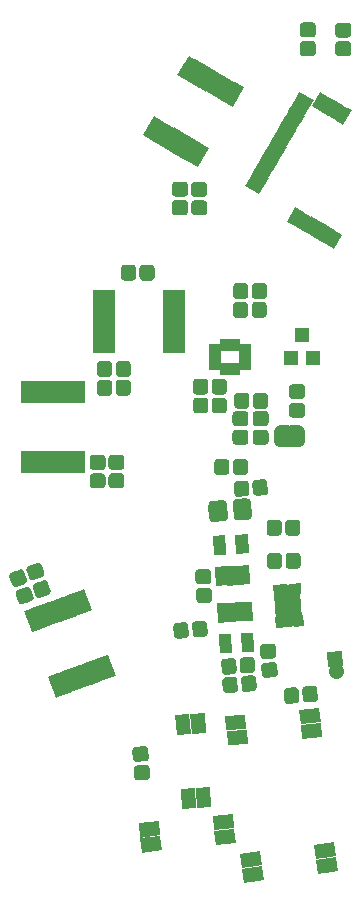
<source format=gbs>
G04 #@! TF.GenerationSoftware,KiCad,Pcbnew,(5.0.0)*
G04 #@! TF.CreationDate,2019-11-18T10:43:10+01:00*
G04 #@! TF.ProjectId,Insole_PCB,496E736F6C655F5043422E6B69636164,rev?*
G04 #@! TF.SameCoordinates,Original*
G04 #@! TF.FileFunction,Soldermask,Bot*
G04 #@! TF.FilePolarity,Negative*
%FSLAX46Y46*%
G04 Gerber Fmt 4.6, Leading zero omitted, Abs format (unit mm)*
G04 Created by KiCad (PCBNEW (5.0.0)) date 11/18/19 10:43:10*
%MOMM*%
%LPD*%
G01*
G04 APERTURE LIST*
%ADD10C,1.250000*%
%ADD11C,1.250000*%
%ADD12C,0.100000*%
%ADD13R,1.075000X0.650000*%
%ADD14R,0.650000X1.075000*%
%ADD15C,1.275000*%
%ADD16C,0.500000*%
%ADD17C,1.550000*%
%ADD18C,0.850000*%
%ADD19R,1.900000X0.850000*%
%ADD20R,0.850000X1.900000*%
%ADD21R,1.200000X1.300000*%
%ADD22C,1.050000*%
%ADD23C,0.810000*%
%ADD24C,2.200000*%
%ADD25C,0.900000*%
%ADD26C,0.800000*%
%ADD27C,1.200000*%
G04 APERTURE END LIST*
D10*
G04 #@! TO.C,J2*
X197019209Y-193508271D03*
D11*
X197019209Y-193508271D02*
X197019209Y-193508271D01*
D10*
X196949453Y-192510707D03*
D12*
G36*
X197529333Y-191843632D02*
X197616528Y-193090587D01*
X196369573Y-193177782D01*
X196282378Y-191930827D01*
X197529333Y-191843632D01*
X197529333Y-191843632D01*
G37*
G04 #@! TD*
D13*
G04 #@! TO.C,U2*
X189291953Y-166200707D03*
X189291953Y-166700707D03*
X189291953Y-167200707D03*
X189291953Y-167700707D03*
X186766953Y-167700707D03*
X186766953Y-167200707D03*
X186766953Y-166700707D03*
X186766953Y-166200707D03*
D14*
X188529453Y-167963207D03*
X188029453Y-167963207D03*
X187529453Y-167963207D03*
X188529453Y-165938207D03*
X187529453Y-165938207D03*
X188029453Y-165938207D03*
G04 #@! TD*
D12*
G04 #@! TO.C,C1*
G36*
X191757759Y-192777263D02*
X191788559Y-192782729D01*
X191818674Y-192791187D01*
X191847815Y-192802556D01*
X191875702Y-192816727D01*
X191902066Y-192833563D01*
X191926652Y-192852901D01*
X191949224Y-192874557D01*
X191969565Y-192898321D01*
X191987479Y-192923964D01*
X192002793Y-192951240D01*
X192015360Y-192979885D01*
X192025059Y-193009624D01*
X192031796Y-193040171D01*
X192035507Y-193071230D01*
X192079977Y-193707177D01*
X192080625Y-193738451D01*
X192078205Y-193769638D01*
X192072739Y-193800437D01*
X192064281Y-193830553D01*
X192052912Y-193859694D01*
X192038741Y-193887581D01*
X192021906Y-193913944D01*
X192002567Y-193938531D01*
X191980911Y-193961103D01*
X191957147Y-193981444D01*
X191931504Y-193999358D01*
X191904229Y-194014672D01*
X191875583Y-194027239D01*
X191845844Y-194036938D01*
X191815298Y-194043675D01*
X191784238Y-194047386D01*
X191073474Y-194097087D01*
X191042200Y-194097735D01*
X191011013Y-194095315D01*
X190980213Y-194089849D01*
X190950098Y-194081391D01*
X190920957Y-194070022D01*
X190893070Y-194055851D01*
X190866706Y-194039015D01*
X190842120Y-194019677D01*
X190819548Y-193998021D01*
X190799207Y-193974257D01*
X190781293Y-193948614D01*
X190765979Y-193921338D01*
X190753412Y-193892693D01*
X190743713Y-193862954D01*
X190736976Y-193832407D01*
X190733265Y-193801348D01*
X190688795Y-193165401D01*
X190688147Y-193134127D01*
X190690567Y-193102940D01*
X190696033Y-193072141D01*
X190704491Y-193042025D01*
X190715860Y-193012884D01*
X190730031Y-192984997D01*
X190746866Y-192958634D01*
X190766205Y-192934047D01*
X190787861Y-192911475D01*
X190811625Y-192891134D01*
X190837268Y-192873220D01*
X190864543Y-192857906D01*
X190893189Y-192845339D01*
X190922928Y-192835640D01*
X190953474Y-192828903D01*
X190984534Y-192825192D01*
X191695298Y-192775491D01*
X191726572Y-192774843D01*
X191757759Y-192777263D01*
X191757759Y-192777263D01*
G37*
D15*
X191384386Y-193436289D03*
D12*
G36*
X191647893Y-191206099D02*
X191678693Y-191211565D01*
X191708808Y-191220023D01*
X191737949Y-191231392D01*
X191765836Y-191245563D01*
X191792200Y-191262399D01*
X191816786Y-191281737D01*
X191839358Y-191303393D01*
X191859699Y-191327157D01*
X191877613Y-191352800D01*
X191892927Y-191380076D01*
X191905494Y-191408721D01*
X191915193Y-191438460D01*
X191921930Y-191469007D01*
X191925641Y-191500066D01*
X191970111Y-192136013D01*
X191970759Y-192167287D01*
X191968339Y-192198474D01*
X191962873Y-192229273D01*
X191954415Y-192259389D01*
X191943046Y-192288530D01*
X191928875Y-192316417D01*
X191912040Y-192342780D01*
X191892701Y-192367367D01*
X191871045Y-192389939D01*
X191847281Y-192410280D01*
X191821638Y-192428194D01*
X191794363Y-192443508D01*
X191765717Y-192456075D01*
X191735978Y-192465774D01*
X191705432Y-192472511D01*
X191674372Y-192476222D01*
X190963608Y-192525923D01*
X190932334Y-192526571D01*
X190901147Y-192524151D01*
X190870347Y-192518685D01*
X190840232Y-192510227D01*
X190811091Y-192498858D01*
X190783204Y-192484687D01*
X190756840Y-192467851D01*
X190732254Y-192448513D01*
X190709682Y-192426857D01*
X190689341Y-192403093D01*
X190671427Y-192377450D01*
X190656113Y-192350174D01*
X190643546Y-192321529D01*
X190633847Y-192291790D01*
X190627110Y-192261243D01*
X190623399Y-192230184D01*
X190578929Y-191594237D01*
X190578281Y-191562963D01*
X190580701Y-191531776D01*
X190586167Y-191500977D01*
X190594625Y-191470861D01*
X190605994Y-191441720D01*
X190620165Y-191413833D01*
X190637000Y-191387470D01*
X190656339Y-191362883D01*
X190677995Y-191340311D01*
X190701759Y-191319970D01*
X190727402Y-191302056D01*
X190754677Y-191286742D01*
X190783323Y-191274175D01*
X190813062Y-191264476D01*
X190843608Y-191257739D01*
X190874668Y-191254028D01*
X191585432Y-191204327D01*
X191616706Y-191203679D01*
X191647893Y-191206099D01*
X191647893Y-191206099D01*
G37*
D15*
X191274520Y-191865125D03*
G04 #@! TD*
D12*
G04 #@! TO.C,C2*
G36*
X170919591Y-186403793D02*
X170950303Y-186409728D01*
X170980286Y-186418645D01*
X171009250Y-186430457D01*
X171036917Y-186445052D01*
X171063021Y-186462289D01*
X171087309Y-186482001D01*
X171109548Y-186503998D01*
X171129524Y-186528070D01*
X171147044Y-186553984D01*
X171161940Y-186581490D01*
X171174068Y-186610324D01*
X171392105Y-187209378D01*
X171401349Y-187239262D01*
X171407618Y-187269908D01*
X171410854Y-187301021D01*
X171411025Y-187332301D01*
X171408128Y-187363447D01*
X171402193Y-187394160D01*
X171393276Y-187424143D01*
X171381463Y-187453107D01*
X171366868Y-187480774D01*
X171349632Y-187506877D01*
X171329920Y-187531165D01*
X171307922Y-187553404D01*
X171283850Y-187573380D01*
X171257937Y-187590900D01*
X171230430Y-187605796D01*
X171201597Y-187617924D01*
X170532066Y-187861614D01*
X170502182Y-187870857D01*
X170471537Y-187877127D01*
X170440424Y-187880363D01*
X170409144Y-187880534D01*
X170377997Y-187877637D01*
X170347285Y-187871702D01*
X170317302Y-187862785D01*
X170288338Y-187850973D01*
X170260671Y-187836378D01*
X170234567Y-187819141D01*
X170210279Y-187799429D01*
X170188040Y-187777432D01*
X170168064Y-187753360D01*
X170150544Y-187727446D01*
X170135648Y-187699940D01*
X170123520Y-187671106D01*
X169905483Y-187072052D01*
X169896239Y-187042168D01*
X169889970Y-187011522D01*
X169886734Y-186980409D01*
X169886563Y-186949129D01*
X169889460Y-186917983D01*
X169895395Y-186887270D01*
X169904312Y-186857287D01*
X169916125Y-186828323D01*
X169930720Y-186800656D01*
X169947956Y-186774553D01*
X169967668Y-186750265D01*
X169989666Y-186728026D01*
X170013738Y-186708050D01*
X170039651Y-186690530D01*
X170067158Y-186675634D01*
X170095991Y-186663506D01*
X170765522Y-186419816D01*
X170795406Y-186410573D01*
X170826051Y-186404303D01*
X170857164Y-186401067D01*
X170888444Y-186400896D01*
X170919591Y-186403793D01*
X170919591Y-186403793D01*
G37*
D15*
X170648794Y-187140715D03*
D12*
G36*
X170380909Y-184923777D02*
X170411621Y-184929712D01*
X170441604Y-184938629D01*
X170470568Y-184950441D01*
X170498235Y-184965036D01*
X170524339Y-184982273D01*
X170548627Y-185001985D01*
X170570866Y-185023982D01*
X170590842Y-185048054D01*
X170608362Y-185073968D01*
X170623258Y-185101474D01*
X170635386Y-185130308D01*
X170853423Y-185729362D01*
X170862667Y-185759246D01*
X170868936Y-185789892D01*
X170872172Y-185821005D01*
X170872343Y-185852285D01*
X170869446Y-185883431D01*
X170863511Y-185914144D01*
X170854594Y-185944127D01*
X170842781Y-185973091D01*
X170828186Y-186000758D01*
X170810950Y-186026861D01*
X170791238Y-186051149D01*
X170769240Y-186073388D01*
X170745168Y-186093364D01*
X170719255Y-186110884D01*
X170691748Y-186125780D01*
X170662915Y-186137908D01*
X169993384Y-186381598D01*
X169963500Y-186390841D01*
X169932855Y-186397111D01*
X169901742Y-186400347D01*
X169870462Y-186400518D01*
X169839315Y-186397621D01*
X169808603Y-186391686D01*
X169778620Y-186382769D01*
X169749656Y-186370957D01*
X169721989Y-186356362D01*
X169695885Y-186339125D01*
X169671597Y-186319413D01*
X169649358Y-186297416D01*
X169629382Y-186273344D01*
X169611862Y-186247430D01*
X169596966Y-186219924D01*
X169584838Y-186191090D01*
X169366801Y-185592036D01*
X169357557Y-185562152D01*
X169351288Y-185531506D01*
X169348052Y-185500393D01*
X169347881Y-185469113D01*
X169350778Y-185437967D01*
X169356713Y-185407254D01*
X169365630Y-185377271D01*
X169377443Y-185348307D01*
X169392038Y-185320640D01*
X169409274Y-185294537D01*
X169428986Y-185270249D01*
X169450984Y-185248010D01*
X169475056Y-185228034D01*
X169500969Y-185210514D01*
X169528476Y-185195618D01*
X169557309Y-185183490D01*
X170226840Y-184939800D01*
X170256724Y-184930557D01*
X170287369Y-184924287D01*
X170318482Y-184921051D01*
X170349762Y-184920880D01*
X170380909Y-184923777D01*
X170380909Y-184923777D01*
G37*
D15*
X170110112Y-185660699D03*
G04 #@! TD*
D12*
G04 #@! TO.C,C3*
G36*
X186161841Y-184895456D02*
X186192540Y-184901458D01*
X186222504Y-184910440D01*
X186251442Y-184922316D01*
X186279077Y-184936971D01*
X186305143Y-184954264D01*
X186329388Y-184974029D01*
X186351579Y-184996076D01*
X186371502Y-185020191D01*
X186388966Y-185046143D01*
X186403802Y-185073681D01*
X186415867Y-185102542D01*
X186425045Y-185132445D01*
X186431248Y-185163105D01*
X186434416Y-185194225D01*
X186467780Y-185830851D01*
X186467883Y-185862131D01*
X186464918Y-185893271D01*
X186458916Y-185923971D01*
X186449934Y-185953934D01*
X186438058Y-185982873D01*
X186423403Y-186010508D01*
X186406109Y-186036573D01*
X186386344Y-186060818D01*
X186364298Y-186083009D01*
X186340183Y-186102933D01*
X186314231Y-186120396D01*
X186286692Y-186135232D01*
X186257832Y-186147297D01*
X186227928Y-186156475D01*
X186197269Y-186162678D01*
X186166149Y-186165846D01*
X185454625Y-186203136D01*
X185423345Y-186203239D01*
X185392205Y-186200274D01*
X185361506Y-186194272D01*
X185331542Y-186185290D01*
X185302604Y-186173414D01*
X185274969Y-186158759D01*
X185248903Y-186141466D01*
X185224658Y-186121701D01*
X185202467Y-186099654D01*
X185182544Y-186075539D01*
X185165080Y-186049587D01*
X185150244Y-186022049D01*
X185138179Y-185993188D01*
X185129001Y-185963285D01*
X185122798Y-185932625D01*
X185119630Y-185901505D01*
X185086266Y-185264879D01*
X185086163Y-185233599D01*
X185089128Y-185202459D01*
X185095130Y-185171759D01*
X185104112Y-185141796D01*
X185115988Y-185112857D01*
X185130643Y-185085222D01*
X185147937Y-185059157D01*
X185167702Y-185034912D01*
X185189748Y-185012721D01*
X185213863Y-184992797D01*
X185239815Y-184975334D01*
X185267354Y-184960498D01*
X185296214Y-184948433D01*
X185326118Y-184939255D01*
X185356777Y-184933052D01*
X185387897Y-184929884D01*
X186099421Y-184892594D01*
X186130701Y-184892491D01*
X186161841Y-184895456D01*
X186161841Y-184895456D01*
G37*
D15*
X185777023Y-185547865D03*
D12*
G36*
X186244271Y-186468298D02*
X186274970Y-186474300D01*
X186304934Y-186483282D01*
X186333872Y-186495158D01*
X186361507Y-186509813D01*
X186387573Y-186527106D01*
X186411818Y-186546871D01*
X186434009Y-186568918D01*
X186453932Y-186593033D01*
X186471396Y-186618985D01*
X186486232Y-186646523D01*
X186498297Y-186675384D01*
X186507475Y-186705287D01*
X186513678Y-186735947D01*
X186516846Y-186767067D01*
X186550210Y-187403693D01*
X186550313Y-187434973D01*
X186547348Y-187466113D01*
X186541346Y-187496813D01*
X186532364Y-187526776D01*
X186520488Y-187555715D01*
X186505833Y-187583350D01*
X186488539Y-187609415D01*
X186468774Y-187633660D01*
X186446728Y-187655851D01*
X186422613Y-187675775D01*
X186396661Y-187693238D01*
X186369122Y-187708074D01*
X186340262Y-187720139D01*
X186310358Y-187729317D01*
X186279699Y-187735520D01*
X186248579Y-187738688D01*
X185537055Y-187775978D01*
X185505775Y-187776081D01*
X185474635Y-187773116D01*
X185443936Y-187767114D01*
X185413972Y-187758132D01*
X185385034Y-187746256D01*
X185357399Y-187731601D01*
X185331333Y-187714308D01*
X185307088Y-187694543D01*
X185284897Y-187672496D01*
X185264974Y-187648381D01*
X185247510Y-187622429D01*
X185232674Y-187594891D01*
X185220609Y-187566030D01*
X185211431Y-187536127D01*
X185205228Y-187505467D01*
X185202060Y-187474347D01*
X185168696Y-186837721D01*
X185168593Y-186806441D01*
X185171558Y-186775301D01*
X185177560Y-186744601D01*
X185186542Y-186714638D01*
X185198418Y-186685699D01*
X185213073Y-186658064D01*
X185230367Y-186631999D01*
X185250132Y-186607754D01*
X185272178Y-186585563D01*
X185296293Y-186565639D01*
X185322245Y-186548176D01*
X185349784Y-186533340D01*
X185378644Y-186521275D01*
X185408548Y-186512097D01*
X185439207Y-186505894D01*
X185470327Y-186502726D01*
X186181851Y-186465436D01*
X186213131Y-186465333D01*
X186244271Y-186468298D01*
X186244271Y-186468298D01*
G37*
D15*
X185859453Y-187120707D03*
G04 #@! TD*
D12*
G04 #@! TO.C,C4*
G36*
X190933966Y-177297022D02*
X190964765Y-177302488D01*
X190994881Y-177310946D01*
X191024022Y-177322315D01*
X191051909Y-177336486D01*
X191078272Y-177353321D01*
X191102859Y-177372660D01*
X191125431Y-177394316D01*
X191145772Y-177418080D01*
X191163686Y-177443723D01*
X191179000Y-177470998D01*
X191191567Y-177499644D01*
X191201266Y-177529383D01*
X191208003Y-177559929D01*
X191211714Y-177590989D01*
X191261415Y-178301753D01*
X191262063Y-178333027D01*
X191259643Y-178364214D01*
X191254177Y-178395014D01*
X191245719Y-178425129D01*
X191234350Y-178454270D01*
X191220179Y-178482157D01*
X191203343Y-178508521D01*
X191184005Y-178533107D01*
X191162349Y-178555679D01*
X191138585Y-178576020D01*
X191112942Y-178593934D01*
X191085666Y-178609248D01*
X191057021Y-178621815D01*
X191027282Y-178631514D01*
X190996735Y-178638251D01*
X190965676Y-178641962D01*
X190329729Y-178686432D01*
X190298455Y-178687080D01*
X190267268Y-178684660D01*
X190236469Y-178679194D01*
X190206353Y-178670736D01*
X190177212Y-178659367D01*
X190149325Y-178645196D01*
X190122962Y-178628361D01*
X190098375Y-178609022D01*
X190075803Y-178587366D01*
X190055462Y-178563602D01*
X190037548Y-178537959D01*
X190022234Y-178510684D01*
X190009667Y-178482038D01*
X189999968Y-178452299D01*
X189993231Y-178421753D01*
X189989520Y-178390693D01*
X189939819Y-177679929D01*
X189939171Y-177648655D01*
X189941591Y-177617468D01*
X189947057Y-177586668D01*
X189955515Y-177556553D01*
X189966884Y-177527412D01*
X189981055Y-177499525D01*
X189997891Y-177473161D01*
X190017229Y-177448575D01*
X190038885Y-177426003D01*
X190062649Y-177405662D01*
X190088292Y-177387748D01*
X190115568Y-177372434D01*
X190144213Y-177359867D01*
X190173952Y-177350168D01*
X190204499Y-177343431D01*
X190235558Y-177339720D01*
X190871505Y-177295250D01*
X190902779Y-177294602D01*
X190933966Y-177297022D01*
X190933966Y-177297022D01*
G37*
D15*
X190600617Y-177990841D03*
D12*
G36*
X189362802Y-177406888D02*
X189393601Y-177412354D01*
X189423717Y-177420812D01*
X189452858Y-177432181D01*
X189480745Y-177446352D01*
X189507108Y-177463187D01*
X189531695Y-177482526D01*
X189554267Y-177504182D01*
X189574608Y-177527946D01*
X189592522Y-177553589D01*
X189607836Y-177580864D01*
X189620403Y-177609510D01*
X189630102Y-177639249D01*
X189636839Y-177669795D01*
X189640550Y-177700855D01*
X189690251Y-178411619D01*
X189690899Y-178442893D01*
X189688479Y-178474080D01*
X189683013Y-178504880D01*
X189674555Y-178534995D01*
X189663186Y-178564136D01*
X189649015Y-178592023D01*
X189632179Y-178618387D01*
X189612841Y-178642973D01*
X189591185Y-178665545D01*
X189567421Y-178685886D01*
X189541778Y-178703800D01*
X189514502Y-178719114D01*
X189485857Y-178731681D01*
X189456118Y-178741380D01*
X189425571Y-178748117D01*
X189394512Y-178751828D01*
X188758565Y-178796298D01*
X188727291Y-178796946D01*
X188696104Y-178794526D01*
X188665305Y-178789060D01*
X188635189Y-178780602D01*
X188606048Y-178769233D01*
X188578161Y-178755062D01*
X188551798Y-178738227D01*
X188527211Y-178718888D01*
X188504639Y-178697232D01*
X188484298Y-178673468D01*
X188466384Y-178647825D01*
X188451070Y-178620550D01*
X188438503Y-178591904D01*
X188428804Y-178562165D01*
X188422067Y-178531619D01*
X188418356Y-178500559D01*
X188368655Y-177789795D01*
X188368007Y-177758521D01*
X188370427Y-177727334D01*
X188375893Y-177696534D01*
X188384351Y-177666419D01*
X188395720Y-177637278D01*
X188409891Y-177609391D01*
X188426727Y-177583027D01*
X188446065Y-177558441D01*
X188467721Y-177535869D01*
X188491485Y-177515528D01*
X188517128Y-177497614D01*
X188544404Y-177482300D01*
X188573049Y-177469733D01*
X188602788Y-177460034D01*
X188633335Y-177453297D01*
X188664394Y-177449586D01*
X189300341Y-177405116D01*
X189331615Y-177404468D01*
X189362802Y-177406888D01*
X189362802Y-177406888D01*
G37*
D15*
X189029453Y-178100707D03*
G04 #@! TD*
D12*
G04 #@! TO.C,C5*
G36*
X172369591Y-185853793D02*
X172400303Y-185859728D01*
X172430286Y-185868645D01*
X172459250Y-185880457D01*
X172486917Y-185895052D01*
X172513021Y-185912289D01*
X172537309Y-185932001D01*
X172559548Y-185953998D01*
X172579524Y-185978070D01*
X172597044Y-186003984D01*
X172611940Y-186031490D01*
X172624068Y-186060324D01*
X172842105Y-186659378D01*
X172851349Y-186689262D01*
X172857618Y-186719908D01*
X172860854Y-186751021D01*
X172861025Y-186782301D01*
X172858128Y-186813447D01*
X172852193Y-186844160D01*
X172843276Y-186874143D01*
X172831463Y-186903107D01*
X172816868Y-186930774D01*
X172799632Y-186956877D01*
X172779920Y-186981165D01*
X172757922Y-187003404D01*
X172733850Y-187023380D01*
X172707937Y-187040900D01*
X172680430Y-187055796D01*
X172651597Y-187067924D01*
X171982066Y-187311614D01*
X171952182Y-187320857D01*
X171921537Y-187327127D01*
X171890424Y-187330363D01*
X171859144Y-187330534D01*
X171827997Y-187327637D01*
X171797285Y-187321702D01*
X171767302Y-187312785D01*
X171738338Y-187300973D01*
X171710671Y-187286378D01*
X171684567Y-187269141D01*
X171660279Y-187249429D01*
X171638040Y-187227432D01*
X171618064Y-187203360D01*
X171600544Y-187177446D01*
X171585648Y-187149940D01*
X171573520Y-187121106D01*
X171355483Y-186522052D01*
X171346239Y-186492168D01*
X171339970Y-186461522D01*
X171336734Y-186430409D01*
X171336563Y-186399129D01*
X171339460Y-186367983D01*
X171345395Y-186337270D01*
X171354312Y-186307287D01*
X171366125Y-186278323D01*
X171380720Y-186250656D01*
X171397956Y-186224553D01*
X171417668Y-186200265D01*
X171439666Y-186178026D01*
X171463738Y-186158050D01*
X171489651Y-186140530D01*
X171517158Y-186125634D01*
X171545991Y-186113506D01*
X172215522Y-185869816D01*
X172245406Y-185860573D01*
X172276051Y-185854303D01*
X172307164Y-185851067D01*
X172338444Y-185850896D01*
X172369591Y-185853793D01*
X172369591Y-185853793D01*
G37*
D15*
X172098794Y-186590715D03*
D12*
G36*
X171830909Y-184373777D02*
X171861621Y-184379712D01*
X171891604Y-184388629D01*
X171920568Y-184400441D01*
X171948235Y-184415036D01*
X171974339Y-184432273D01*
X171998627Y-184451985D01*
X172020866Y-184473982D01*
X172040842Y-184498054D01*
X172058362Y-184523968D01*
X172073258Y-184551474D01*
X172085386Y-184580308D01*
X172303423Y-185179362D01*
X172312667Y-185209246D01*
X172318936Y-185239892D01*
X172322172Y-185271005D01*
X172322343Y-185302285D01*
X172319446Y-185333431D01*
X172313511Y-185364144D01*
X172304594Y-185394127D01*
X172292781Y-185423091D01*
X172278186Y-185450758D01*
X172260950Y-185476861D01*
X172241238Y-185501149D01*
X172219240Y-185523388D01*
X172195168Y-185543364D01*
X172169255Y-185560884D01*
X172141748Y-185575780D01*
X172112915Y-185587908D01*
X171443384Y-185831598D01*
X171413500Y-185840841D01*
X171382855Y-185847111D01*
X171351742Y-185850347D01*
X171320462Y-185850518D01*
X171289315Y-185847621D01*
X171258603Y-185841686D01*
X171228620Y-185832769D01*
X171199656Y-185820957D01*
X171171989Y-185806362D01*
X171145885Y-185789125D01*
X171121597Y-185769413D01*
X171099358Y-185747416D01*
X171079382Y-185723344D01*
X171061862Y-185697430D01*
X171046966Y-185669924D01*
X171034838Y-185641090D01*
X170816801Y-185042036D01*
X170807557Y-185012152D01*
X170801288Y-184981506D01*
X170798052Y-184950393D01*
X170797881Y-184919113D01*
X170800778Y-184887967D01*
X170806713Y-184857254D01*
X170815630Y-184827271D01*
X170827443Y-184798307D01*
X170842038Y-184770640D01*
X170859274Y-184744537D01*
X170878986Y-184720249D01*
X170900984Y-184698010D01*
X170925056Y-184678034D01*
X170950969Y-184660514D01*
X170978476Y-184645618D01*
X171007309Y-184633490D01*
X171676840Y-184389800D01*
X171706724Y-184380557D01*
X171737369Y-184374287D01*
X171768482Y-184371051D01*
X171799762Y-184370880D01*
X171830909Y-184373777D01*
X171830909Y-184373777D01*
G37*
D15*
X171560112Y-185110699D03*
G04 #@! TD*
D12*
G04 #@! TO.C,C6*
G36*
X178816946Y-175214742D02*
X178847888Y-175219332D01*
X178878231Y-175226932D01*
X178907683Y-175237470D01*
X178935961Y-175250845D01*
X178962791Y-175266926D01*
X178987916Y-175285560D01*
X179011093Y-175306567D01*
X179032100Y-175329744D01*
X179050734Y-175354869D01*
X179066815Y-175381699D01*
X179080190Y-175409977D01*
X179090728Y-175439429D01*
X179098328Y-175469772D01*
X179102918Y-175500714D01*
X179104453Y-175531957D01*
X179104453Y-176169457D01*
X179102918Y-176200700D01*
X179098328Y-176231642D01*
X179090728Y-176261985D01*
X179080190Y-176291437D01*
X179066815Y-176319715D01*
X179050734Y-176346545D01*
X179032100Y-176371670D01*
X179011093Y-176394847D01*
X178987916Y-176415854D01*
X178962791Y-176434488D01*
X178935961Y-176450569D01*
X178907683Y-176463944D01*
X178878231Y-176474482D01*
X178847888Y-176482082D01*
X178816946Y-176486672D01*
X178785703Y-176488207D01*
X178073203Y-176488207D01*
X178041960Y-176486672D01*
X178011018Y-176482082D01*
X177980675Y-176474482D01*
X177951223Y-176463944D01*
X177922945Y-176450569D01*
X177896115Y-176434488D01*
X177870990Y-176415854D01*
X177847813Y-176394847D01*
X177826806Y-176371670D01*
X177808172Y-176346545D01*
X177792091Y-176319715D01*
X177778716Y-176291437D01*
X177768178Y-176261985D01*
X177760578Y-176231642D01*
X177755988Y-176200700D01*
X177754453Y-176169457D01*
X177754453Y-175531957D01*
X177755988Y-175500714D01*
X177760578Y-175469772D01*
X177768178Y-175439429D01*
X177778716Y-175409977D01*
X177792091Y-175381699D01*
X177808172Y-175354869D01*
X177826806Y-175329744D01*
X177847813Y-175306567D01*
X177870990Y-175285560D01*
X177896115Y-175266926D01*
X177922945Y-175250845D01*
X177951223Y-175237470D01*
X177980675Y-175226932D01*
X178011018Y-175219332D01*
X178041960Y-175214742D01*
X178073203Y-175213207D01*
X178785703Y-175213207D01*
X178816946Y-175214742D01*
X178816946Y-175214742D01*
G37*
D15*
X178429453Y-175850707D03*
D12*
G36*
X178816946Y-176789742D02*
X178847888Y-176794332D01*
X178878231Y-176801932D01*
X178907683Y-176812470D01*
X178935961Y-176825845D01*
X178962791Y-176841926D01*
X178987916Y-176860560D01*
X179011093Y-176881567D01*
X179032100Y-176904744D01*
X179050734Y-176929869D01*
X179066815Y-176956699D01*
X179080190Y-176984977D01*
X179090728Y-177014429D01*
X179098328Y-177044772D01*
X179102918Y-177075714D01*
X179104453Y-177106957D01*
X179104453Y-177744457D01*
X179102918Y-177775700D01*
X179098328Y-177806642D01*
X179090728Y-177836985D01*
X179080190Y-177866437D01*
X179066815Y-177894715D01*
X179050734Y-177921545D01*
X179032100Y-177946670D01*
X179011093Y-177969847D01*
X178987916Y-177990854D01*
X178962791Y-178009488D01*
X178935961Y-178025569D01*
X178907683Y-178038944D01*
X178878231Y-178049482D01*
X178847888Y-178057082D01*
X178816946Y-178061672D01*
X178785703Y-178063207D01*
X178073203Y-178063207D01*
X178041960Y-178061672D01*
X178011018Y-178057082D01*
X177980675Y-178049482D01*
X177951223Y-178038944D01*
X177922945Y-178025569D01*
X177896115Y-178009488D01*
X177870990Y-177990854D01*
X177847813Y-177969847D01*
X177826806Y-177946670D01*
X177808172Y-177921545D01*
X177792091Y-177894715D01*
X177778716Y-177866437D01*
X177768178Y-177836985D01*
X177760578Y-177806642D01*
X177755988Y-177775700D01*
X177754453Y-177744457D01*
X177754453Y-177106957D01*
X177755988Y-177075714D01*
X177760578Y-177044772D01*
X177768178Y-177014429D01*
X177778716Y-176984977D01*
X177792091Y-176956699D01*
X177808172Y-176929869D01*
X177826806Y-176904744D01*
X177847813Y-176881567D01*
X177870990Y-176860560D01*
X177896115Y-176841926D01*
X177922945Y-176825845D01*
X177951223Y-176812470D01*
X177980675Y-176801932D01*
X178011018Y-176794332D01*
X178041960Y-176789742D01*
X178073203Y-176788207D01*
X178785703Y-176788207D01*
X178816946Y-176789742D01*
X178816946Y-176789742D01*
G37*
D15*
X178429453Y-177425707D03*
G04 #@! TD*
D12*
G04 #@! TO.C,C7*
G36*
X177216946Y-175227242D02*
X177247888Y-175231832D01*
X177278231Y-175239432D01*
X177307683Y-175249970D01*
X177335961Y-175263345D01*
X177362791Y-175279426D01*
X177387916Y-175298060D01*
X177411093Y-175319067D01*
X177432100Y-175342244D01*
X177450734Y-175367369D01*
X177466815Y-175394199D01*
X177480190Y-175422477D01*
X177490728Y-175451929D01*
X177498328Y-175482272D01*
X177502918Y-175513214D01*
X177504453Y-175544457D01*
X177504453Y-176181957D01*
X177502918Y-176213200D01*
X177498328Y-176244142D01*
X177490728Y-176274485D01*
X177480190Y-176303937D01*
X177466815Y-176332215D01*
X177450734Y-176359045D01*
X177432100Y-176384170D01*
X177411093Y-176407347D01*
X177387916Y-176428354D01*
X177362791Y-176446988D01*
X177335961Y-176463069D01*
X177307683Y-176476444D01*
X177278231Y-176486982D01*
X177247888Y-176494582D01*
X177216946Y-176499172D01*
X177185703Y-176500707D01*
X176473203Y-176500707D01*
X176441960Y-176499172D01*
X176411018Y-176494582D01*
X176380675Y-176486982D01*
X176351223Y-176476444D01*
X176322945Y-176463069D01*
X176296115Y-176446988D01*
X176270990Y-176428354D01*
X176247813Y-176407347D01*
X176226806Y-176384170D01*
X176208172Y-176359045D01*
X176192091Y-176332215D01*
X176178716Y-176303937D01*
X176168178Y-176274485D01*
X176160578Y-176244142D01*
X176155988Y-176213200D01*
X176154453Y-176181957D01*
X176154453Y-175544457D01*
X176155988Y-175513214D01*
X176160578Y-175482272D01*
X176168178Y-175451929D01*
X176178716Y-175422477D01*
X176192091Y-175394199D01*
X176208172Y-175367369D01*
X176226806Y-175342244D01*
X176247813Y-175319067D01*
X176270990Y-175298060D01*
X176296115Y-175279426D01*
X176322945Y-175263345D01*
X176351223Y-175249970D01*
X176380675Y-175239432D01*
X176411018Y-175231832D01*
X176441960Y-175227242D01*
X176473203Y-175225707D01*
X177185703Y-175225707D01*
X177216946Y-175227242D01*
X177216946Y-175227242D01*
G37*
D15*
X176829453Y-175863207D03*
D12*
G36*
X177216946Y-176802242D02*
X177247888Y-176806832D01*
X177278231Y-176814432D01*
X177307683Y-176824970D01*
X177335961Y-176838345D01*
X177362791Y-176854426D01*
X177387916Y-176873060D01*
X177411093Y-176894067D01*
X177432100Y-176917244D01*
X177450734Y-176942369D01*
X177466815Y-176969199D01*
X177480190Y-176997477D01*
X177490728Y-177026929D01*
X177498328Y-177057272D01*
X177502918Y-177088214D01*
X177504453Y-177119457D01*
X177504453Y-177756957D01*
X177502918Y-177788200D01*
X177498328Y-177819142D01*
X177490728Y-177849485D01*
X177480190Y-177878937D01*
X177466815Y-177907215D01*
X177450734Y-177934045D01*
X177432100Y-177959170D01*
X177411093Y-177982347D01*
X177387916Y-178003354D01*
X177362791Y-178021988D01*
X177335961Y-178038069D01*
X177307683Y-178051444D01*
X177278231Y-178061982D01*
X177247888Y-178069582D01*
X177216946Y-178074172D01*
X177185703Y-178075707D01*
X176473203Y-178075707D01*
X176441960Y-178074172D01*
X176411018Y-178069582D01*
X176380675Y-178061982D01*
X176351223Y-178051444D01*
X176322945Y-178038069D01*
X176296115Y-178021988D01*
X176270990Y-178003354D01*
X176247813Y-177982347D01*
X176226806Y-177959170D01*
X176208172Y-177934045D01*
X176192091Y-177907215D01*
X176178716Y-177878937D01*
X176168178Y-177849485D01*
X176160578Y-177819142D01*
X176155988Y-177788200D01*
X176154453Y-177756957D01*
X176154453Y-177119457D01*
X176155988Y-177088214D01*
X176160578Y-177057272D01*
X176168178Y-177026929D01*
X176178716Y-176997477D01*
X176192091Y-176969199D01*
X176208172Y-176942369D01*
X176226806Y-176917244D01*
X176247813Y-176894067D01*
X176270990Y-176873060D01*
X176296115Y-176854426D01*
X176322945Y-176838345D01*
X176351223Y-176824970D01*
X176380675Y-176814432D01*
X176411018Y-176806832D01*
X176441960Y-176802242D01*
X176473203Y-176800707D01*
X177185703Y-176800707D01*
X177216946Y-176802242D01*
X177216946Y-176802242D01*
G37*
D15*
X176829453Y-177438207D03*
G04 #@! TD*
D12*
G04 #@! TO.C,C8*
G36*
X177779446Y-168877242D02*
X177810388Y-168881832D01*
X177840731Y-168889432D01*
X177870183Y-168899970D01*
X177898461Y-168913345D01*
X177925291Y-168929426D01*
X177950416Y-168948060D01*
X177973593Y-168969067D01*
X177994600Y-168992244D01*
X178013234Y-169017369D01*
X178029315Y-169044199D01*
X178042690Y-169072477D01*
X178053228Y-169101929D01*
X178060828Y-169132272D01*
X178065418Y-169163214D01*
X178066953Y-169194457D01*
X178066953Y-169906957D01*
X178065418Y-169938200D01*
X178060828Y-169969142D01*
X178053228Y-169999485D01*
X178042690Y-170028937D01*
X178029315Y-170057215D01*
X178013234Y-170084045D01*
X177994600Y-170109170D01*
X177973593Y-170132347D01*
X177950416Y-170153354D01*
X177925291Y-170171988D01*
X177898461Y-170188069D01*
X177870183Y-170201444D01*
X177840731Y-170211982D01*
X177810388Y-170219582D01*
X177779446Y-170224172D01*
X177748203Y-170225707D01*
X177110703Y-170225707D01*
X177079460Y-170224172D01*
X177048518Y-170219582D01*
X177018175Y-170211982D01*
X176988723Y-170201444D01*
X176960445Y-170188069D01*
X176933615Y-170171988D01*
X176908490Y-170153354D01*
X176885313Y-170132347D01*
X176864306Y-170109170D01*
X176845672Y-170084045D01*
X176829591Y-170057215D01*
X176816216Y-170028937D01*
X176805678Y-169999485D01*
X176798078Y-169969142D01*
X176793488Y-169938200D01*
X176791953Y-169906957D01*
X176791953Y-169194457D01*
X176793488Y-169163214D01*
X176798078Y-169132272D01*
X176805678Y-169101929D01*
X176816216Y-169072477D01*
X176829591Y-169044199D01*
X176845672Y-169017369D01*
X176864306Y-168992244D01*
X176885313Y-168969067D01*
X176908490Y-168948060D01*
X176933615Y-168929426D01*
X176960445Y-168913345D01*
X176988723Y-168899970D01*
X177018175Y-168889432D01*
X177048518Y-168881832D01*
X177079460Y-168877242D01*
X177110703Y-168875707D01*
X177748203Y-168875707D01*
X177779446Y-168877242D01*
X177779446Y-168877242D01*
G37*
D15*
X177429453Y-169550707D03*
D12*
G36*
X179354446Y-168877242D02*
X179385388Y-168881832D01*
X179415731Y-168889432D01*
X179445183Y-168899970D01*
X179473461Y-168913345D01*
X179500291Y-168929426D01*
X179525416Y-168948060D01*
X179548593Y-168969067D01*
X179569600Y-168992244D01*
X179588234Y-169017369D01*
X179604315Y-169044199D01*
X179617690Y-169072477D01*
X179628228Y-169101929D01*
X179635828Y-169132272D01*
X179640418Y-169163214D01*
X179641953Y-169194457D01*
X179641953Y-169906957D01*
X179640418Y-169938200D01*
X179635828Y-169969142D01*
X179628228Y-169999485D01*
X179617690Y-170028937D01*
X179604315Y-170057215D01*
X179588234Y-170084045D01*
X179569600Y-170109170D01*
X179548593Y-170132347D01*
X179525416Y-170153354D01*
X179500291Y-170171988D01*
X179473461Y-170188069D01*
X179445183Y-170201444D01*
X179415731Y-170211982D01*
X179385388Y-170219582D01*
X179354446Y-170224172D01*
X179323203Y-170225707D01*
X178685703Y-170225707D01*
X178654460Y-170224172D01*
X178623518Y-170219582D01*
X178593175Y-170211982D01*
X178563723Y-170201444D01*
X178535445Y-170188069D01*
X178508615Y-170171988D01*
X178483490Y-170153354D01*
X178460313Y-170132347D01*
X178439306Y-170109170D01*
X178420672Y-170084045D01*
X178404591Y-170057215D01*
X178391216Y-170028937D01*
X178380678Y-169999485D01*
X178373078Y-169969142D01*
X178368488Y-169938200D01*
X178366953Y-169906957D01*
X178366953Y-169194457D01*
X178368488Y-169163214D01*
X178373078Y-169132272D01*
X178380678Y-169101929D01*
X178391216Y-169072477D01*
X178404591Y-169044199D01*
X178420672Y-169017369D01*
X178439306Y-168992244D01*
X178460313Y-168969067D01*
X178483490Y-168948060D01*
X178508615Y-168929426D01*
X178535445Y-168913345D01*
X178563723Y-168899970D01*
X178593175Y-168889432D01*
X178623518Y-168881832D01*
X178654460Y-168877242D01*
X178685703Y-168875707D01*
X179323203Y-168875707D01*
X179354446Y-168877242D01*
X179354446Y-168877242D01*
G37*
D15*
X179004453Y-169550707D03*
G04 #@! TD*
D12*
G04 #@! TO.C,C9*
G36*
X177779446Y-167277242D02*
X177810388Y-167281832D01*
X177840731Y-167289432D01*
X177870183Y-167299970D01*
X177898461Y-167313345D01*
X177925291Y-167329426D01*
X177950416Y-167348060D01*
X177973593Y-167369067D01*
X177994600Y-167392244D01*
X178013234Y-167417369D01*
X178029315Y-167444199D01*
X178042690Y-167472477D01*
X178053228Y-167501929D01*
X178060828Y-167532272D01*
X178065418Y-167563214D01*
X178066953Y-167594457D01*
X178066953Y-168306957D01*
X178065418Y-168338200D01*
X178060828Y-168369142D01*
X178053228Y-168399485D01*
X178042690Y-168428937D01*
X178029315Y-168457215D01*
X178013234Y-168484045D01*
X177994600Y-168509170D01*
X177973593Y-168532347D01*
X177950416Y-168553354D01*
X177925291Y-168571988D01*
X177898461Y-168588069D01*
X177870183Y-168601444D01*
X177840731Y-168611982D01*
X177810388Y-168619582D01*
X177779446Y-168624172D01*
X177748203Y-168625707D01*
X177110703Y-168625707D01*
X177079460Y-168624172D01*
X177048518Y-168619582D01*
X177018175Y-168611982D01*
X176988723Y-168601444D01*
X176960445Y-168588069D01*
X176933615Y-168571988D01*
X176908490Y-168553354D01*
X176885313Y-168532347D01*
X176864306Y-168509170D01*
X176845672Y-168484045D01*
X176829591Y-168457215D01*
X176816216Y-168428937D01*
X176805678Y-168399485D01*
X176798078Y-168369142D01*
X176793488Y-168338200D01*
X176791953Y-168306957D01*
X176791953Y-167594457D01*
X176793488Y-167563214D01*
X176798078Y-167532272D01*
X176805678Y-167501929D01*
X176816216Y-167472477D01*
X176829591Y-167444199D01*
X176845672Y-167417369D01*
X176864306Y-167392244D01*
X176885313Y-167369067D01*
X176908490Y-167348060D01*
X176933615Y-167329426D01*
X176960445Y-167313345D01*
X176988723Y-167299970D01*
X177018175Y-167289432D01*
X177048518Y-167281832D01*
X177079460Y-167277242D01*
X177110703Y-167275707D01*
X177748203Y-167275707D01*
X177779446Y-167277242D01*
X177779446Y-167277242D01*
G37*
D15*
X177429453Y-167950707D03*
D12*
G36*
X179354446Y-167277242D02*
X179385388Y-167281832D01*
X179415731Y-167289432D01*
X179445183Y-167299970D01*
X179473461Y-167313345D01*
X179500291Y-167329426D01*
X179525416Y-167348060D01*
X179548593Y-167369067D01*
X179569600Y-167392244D01*
X179588234Y-167417369D01*
X179604315Y-167444199D01*
X179617690Y-167472477D01*
X179628228Y-167501929D01*
X179635828Y-167532272D01*
X179640418Y-167563214D01*
X179641953Y-167594457D01*
X179641953Y-168306957D01*
X179640418Y-168338200D01*
X179635828Y-168369142D01*
X179628228Y-168399485D01*
X179617690Y-168428937D01*
X179604315Y-168457215D01*
X179588234Y-168484045D01*
X179569600Y-168509170D01*
X179548593Y-168532347D01*
X179525416Y-168553354D01*
X179500291Y-168571988D01*
X179473461Y-168588069D01*
X179445183Y-168601444D01*
X179415731Y-168611982D01*
X179385388Y-168619582D01*
X179354446Y-168624172D01*
X179323203Y-168625707D01*
X178685703Y-168625707D01*
X178654460Y-168624172D01*
X178623518Y-168619582D01*
X178593175Y-168611982D01*
X178563723Y-168601444D01*
X178535445Y-168588069D01*
X178508615Y-168571988D01*
X178483490Y-168553354D01*
X178460313Y-168532347D01*
X178439306Y-168509170D01*
X178420672Y-168484045D01*
X178404591Y-168457215D01*
X178391216Y-168428937D01*
X178380678Y-168399485D01*
X178373078Y-168369142D01*
X178368488Y-168338200D01*
X178366953Y-168306957D01*
X178366953Y-167594457D01*
X178368488Y-167563214D01*
X178373078Y-167532272D01*
X178380678Y-167501929D01*
X178391216Y-167472477D01*
X178404591Y-167444199D01*
X178420672Y-167417369D01*
X178439306Y-167392244D01*
X178460313Y-167369067D01*
X178483490Y-167348060D01*
X178508615Y-167329426D01*
X178535445Y-167313345D01*
X178563723Y-167299970D01*
X178593175Y-167289432D01*
X178623518Y-167281832D01*
X178654460Y-167277242D01*
X178685703Y-167275707D01*
X179323203Y-167275707D01*
X179354446Y-167277242D01*
X179354446Y-167277242D01*
G37*
D15*
X179004453Y-167950707D03*
G04 #@! TD*
D12*
G04 #@! TO.C,C10*
G36*
X184191946Y-152089742D02*
X184222888Y-152094332D01*
X184253231Y-152101932D01*
X184282683Y-152112470D01*
X184310961Y-152125845D01*
X184337791Y-152141926D01*
X184362916Y-152160560D01*
X184386093Y-152181567D01*
X184407100Y-152204744D01*
X184425734Y-152229869D01*
X184441815Y-152256699D01*
X184455190Y-152284977D01*
X184465728Y-152314429D01*
X184473328Y-152344772D01*
X184477918Y-152375714D01*
X184479453Y-152406957D01*
X184479453Y-153044457D01*
X184477918Y-153075700D01*
X184473328Y-153106642D01*
X184465728Y-153136985D01*
X184455190Y-153166437D01*
X184441815Y-153194715D01*
X184425734Y-153221545D01*
X184407100Y-153246670D01*
X184386093Y-153269847D01*
X184362916Y-153290854D01*
X184337791Y-153309488D01*
X184310961Y-153325569D01*
X184282683Y-153338944D01*
X184253231Y-153349482D01*
X184222888Y-153357082D01*
X184191946Y-153361672D01*
X184160703Y-153363207D01*
X183448203Y-153363207D01*
X183416960Y-153361672D01*
X183386018Y-153357082D01*
X183355675Y-153349482D01*
X183326223Y-153338944D01*
X183297945Y-153325569D01*
X183271115Y-153309488D01*
X183245990Y-153290854D01*
X183222813Y-153269847D01*
X183201806Y-153246670D01*
X183183172Y-153221545D01*
X183167091Y-153194715D01*
X183153716Y-153166437D01*
X183143178Y-153136985D01*
X183135578Y-153106642D01*
X183130988Y-153075700D01*
X183129453Y-153044457D01*
X183129453Y-152406957D01*
X183130988Y-152375714D01*
X183135578Y-152344772D01*
X183143178Y-152314429D01*
X183153716Y-152284977D01*
X183167091Y-152256699D01*
X183183172Y-152229869D01*
X183201806Y-152204744D01*
X183222813Y-152181567D01*
X183245990Y-152160560D01*
X183271115Y-152141926D01*
X183297945Y-152125845D01*
X183326223Y-152112470D01*
X183355675Y-152101932D01*
X183386018Y-152094332D01*
X183416960Y-152089742D01*
X183448203Y-152088207D01*
X184160703Y-152088207D01*
X184191946Y-152089742D01*
X184191946Y-152089742D01*
G37*
D15*
X183804453Y-152725707D03*
D12*
G36*
X184191946Y-153664742D02*
X184222888Y-153669332D01*
X184253231Y-153676932D01*
X184282683Y-153687470D01*
X184310961Y-153700845D01*
X184337791Y-153716926D01*
X184362916Y-153735560D01*
X184386093Y-153756567D01*
X184407100Y-153779744D01*
X184425734Y-153804869D01*
X184441815Y-153831699D01*
X184455190Y-153859977D01*
X184465728Y-153889429D01*
X184473328Y-153919772D01*
X184477918Y-153950714D01*
X184479453Y-153981957D01*
X184479453Y-154619457D01*
X184477918Y-154650700D01*
X184473328Y-154681642D01*
X184465728Y-154711985D01*
X184455190Y-154741437D01*
X184441815Y-154769715D01*
X184425734Y-154796545D01*
X184407100Y-154821670D01*
X184386093Y-154844847D01*
X184362916Y-154865854D01*
X184337791Y-154884488D01*
X184310961Y-154900569D01*
X184282683Y-154913944D01*
X184253231Y-154924482D01*
X184222888Y-154932082D01*
X184191946Y-154936672D01*
X184160703Y-154938207D01*
X183448203Y-154938207D01*
X183416960Y-154936672D01*
X183386018Y-154932082D01*
X183355675Y-154924482D01*
X183326223Y-154913944D01*
X183297945Y-154900569D01*
X183271115Y-154884488D01*
X183245990Y-154865854D01*
X183222813Y-154844847D01*
X183201806Y-154821670D01*
X183183172Y-154796545D01*
X183167091Y-154769715D01*
X183153716Y-154741437D01*
X183143178Y-154711985D01*
X183135578Y-154681642D01*
X183130988Y-154650700D01*
X183129453Y-154619457D01*
X183129453Y-153981957D01*
X183130988Y-153950714D01*
X183135578Y-153919772D01*
X183143178Y-153889429D01*
X183153716Y-153859977D01*
X183167091Y-153831699D01*
X183183172Y-153804869D01*
X183201806Y-153779744D01*
X183222813Y-153756567D01*
X183245990Y-153735560D01*
X183271115Y-153716926D01*
X183297945Y-153700845D01*
X183326223Y-153687470D01*
X183355675Y-153676932D01*
X183386018Y-153669332D01*
X183416960Y-153664742D01*
X183448203Y-153663207D01*
X184160703Y-153663207D01*
X184191946Y-153664742D01*
X184191946Y-153664742D01*
G37*
D15*
X183804453Y-154300707D03*
G04 #@! TD*
D12*
G04 #@! TO.C,C11*
G36*
X185816946Y-152102242D02*
X185847888Y-152106832D01*
X185878231Y-152114432D01*
X185907683Y-152124970D01*
X185935961Y-152138345D01*
X185962791Y-152154426D01*
X185987916Y-152173060D01*
X186011093Y-152194067D01*
X186032100Y-152217244D01*
X186050734Y-152242369D01*
X186066815Y-152269199D01*
X186080190Y-152297477D01*
X186090728Y-152326929D01*
X186098328Y-152357272D01*
X186102918Y-152388214D01*
X186104453Y-152419457D01*
X186104453Y-153056957D01*
X186102918Y-153088200D01*
X186098328Y-153119142D01*
X186090728Y-153149485D01*
X186080190Y-153178937D01*
X186066815Y-153207215D01*
X186050734Y-153234045D01*
X186032100Y-153259170D01*
X186011093Y-153282347D01*
X185987916Y-153303354D01*
X185962791Y-153321988D01*
X185935961Y-153338069D01*
X185907683Y-153351444D01*
X185878231Y-153361982D01*
X185847888Y-153369582D01*
X185816946Y-153374172D01*
X185785703Y-153375707D01*
X185073203Y-153375707D01*
X185041960Y-153374172D01*
X185011018Y-153369582D01*
X184980675Y-153361982D01*
X184951223Y-153351444D01*
X184922945Y-153338069D01*
X184896115Y-153321988D01*
X184870990Y-153303354D01*
X184847813Y-153282347D01*
X184826806Y-153259170D01*
X184808172Y-153234045D01*
X184792091Y-153207215D01*
X184778716Y-153178937D01*
X184768178Y-153149485D01*
X184760578Y-153119142D01*
X184755988Y-153088200D01*
X184754453Y-153056957D01*
X184754453Y-152419457D01*
X184755988Y-152388214D01*
X184760578Y-152357272D01*
X184768178Y-152326929D01*
X184778716Y-152297477D01*
X184792091Y-152269199D01*
X184808172Y-152242369D01*
X184826806Y-152217244D01*
X184847813Y-152194067D01*
X184870990Y-152173060D01*
X184896115Y-152154426D01*
X184922945Y-152138345D01*
X184951223Y-152124970D01*
X184980675Y-152114432D01*
X185011018Y-152106832D01*
X185041960Y-152102242D01*
X185073203Y-152100707D01*
X185785703Y-152100707D01*
X185816946Y-152102242D01*
X185816946Y-152102242D01*
G37*
D15*
X185429453Y-152738207D03*
D12*
G36*
X185816946Y-153677242D02*
X185847888Y-153681832D01*
X185878231Y-153689432D01*
X185907683Y-153699970D01*
X185935961Y-153713345D01*
X185962791Y-153729426D01*
X185987916Y-153748060D01*
X186011093Y-153769067D01*
X186032100Y-153792244D01*
X186050734Y-153817369D01*
X186066815Y-153844199D01*
X186080190Y-153872477D01*
X186090728Y-153901929D01*
X186098328Y-153932272D01*
X186102918Y-153963214D01*
X186104453Y-153994457D01*
X186104453Y-154631957D01*
X186102918Y-154663200D01*
X186098328Y-154694142D01*
X186090728Y-154724485D01*
X186080190Y-154753937D01*
X186066815Y-154782215D01*
X186050734Y-154809045D01*
X186032100Y-154834170D01*
X186011093Y-154857347D01*
X185987916Y-154878354D01*
X185962791Y-154896988D01*
X185935961Y-154913069D01*
X185907683Y-154926444D01*
X185878231Y-154936982D01*
X185847888Y-154944582D01*
X185816946Y-154949172D01*
X185785703Y-154950707D01*
X185073203Y-154950707D01*
X185041960Y-154949172D01*
X185011018Y-154944582D01*
X184980675Y-154936982D01*
X184951223Y-154926444D01*
X184922945Y-154913069D01*
X184896115Y-154896988D01*
X184870990Y-154878354D01*
X184847813Y-154857347D01*
X184826806Y-154834170D01*
X184808172Y-154809045D01*
X184792091Y-154782215D01*
X184778716Y-154753937D01*
X184768178Y-154724485D01*
X184760578Y-154694142D01*
X184755988Y-154663200D01*
X184754453Y-154631957D01*
X184754453Y-153994457D01*
X184755988Y-153963214D01*
X184760578Y-153932272D01*
X184768178Y-153901929D01*
X184778716Y-153872477D01*
X184792091Y-153844199D01*
X184808172Y-153817369D01*
X184826806Y-153792244D01*
X184847813Y-153769067D01*
X184870990Y-153748060D01*
X184896115Y-153729426D01*
X184922945Y-153713345D01*
X184951223Y-153699970D01*
X184980675Y-153689432D01*
X185011018Y-153681832D01*
X185041960Y-153677242D01*
X185073203Y-153675707D01*
X185785703Y-153675707D01*
X185816946Y-153677242D01*
X185816946Y-153677242D01*
G37*
D15*
X185429453Y-154313207D03*
G04 #@! TD*
D12*
G04 #@! TO.C,C12*
G36*
X187479446Y-170377242D02*
X187510388Y-170381832D01*
X187540731Y-170389432D01*
X187570183Y-170399970D01*
X187598461Y-170413345D01*
X187625291Y-170429426D01*
X187650416Y-170448060D01*
X187673593Y-170469067D01*
X187694600Y-170492244D01*
X187713234Y-170517369D01*
X187729315Y-170544199D01*
X187742690Y-170572477D01*
X187753228Y-170601929D01*
X187760828Y-170632272D01*
X187765418Y-170663214D01*
X187766953Y-170694457D01*
X187766953Y-171406957D01*
X187765418Y-171438200D01*
X187760828Y-171469142D01*
X187753228Y-171499485D01*
X187742690Y-171528937D01*
X187729315Y-171557215D01*
X187713234Y-171584045D01*
X187694600Y-171609170D01*
X187673593Y-171632347D01*
X187650416Y-171653354D01*
X187625291Y-171671988D01*
X187598461Y-171688069D01*
X187570183Y-171701444D01*
X187540731Y-171711982D01*
X187510388Y-171719582D01*
X187479446Y-171724172D01*
X187448203Y-171725707D01*
X186810703Y-171725707D01*
X186779460Y-171724172D01*
X186748518Y-171719582D01*
X186718175Y-171711982D01*
X186688723Y-171701444D01*
X186660445Y-171688069D01*
X186633615Y-171671988D01*
X186608490Y-171653354D01*
X186585313Y-171632347D01*
X186564306Y-171609170D01*
X186545672Y-171584045D01*
X186529591Y-171557215D01*
X186516216Y-171528937D01*
X186505678Y-171499485D01*
X186498078Y-171469142D01*
X186493488Y-171438200D01*
X186491953Y-171406957D01*
X186491953Y-170694457D01*
X186493488Y-170663214D01*
X186498078Y-170632272D01*
X186505678Y-170601929D01*
X186516216Y-170572477D01*
X186529591Y-170544199D01*
X186545672Y-170517369D01*
X186564306Y-170492244D01*
X186585313Y-170469067D01*
X186608490Y-170448060D01*
X186633615Y-170429426D01*
X186660445Y-170413345D01*
X186688723Y-170399970D01*
X186718175Y-170389432D01*
X186748518Y-170381832D01*
X186779460Y-170377242D01*
X186810703Y-170375707D01*
X187448203Y-170375707D01*
X187479446Y-170377242D01*
X187479446Y-170377242D01*
G37*
D15*
X187129453Y-171050707D03*
D12*
G36*
X185904446Y-170377242D02*
X185935388Y-170381832D01*
X185965731Y-170389432D01*
X185995183Y-170399970D01*
X186023461Y-170413345D01*
X186050291Y-170429426D01*
X186075416Y-170448060D01*
X186098593Y-170469067D01*
X186119600Y-170492244D01*
X186138234Y-170517369D01*
X186154315Y-170544199D01*
X186167690Y-170572477D01*
X186178228Y-170601929D01*
X186185828Y-170632272D01*
X186190418Y-170663214D01*
X186191953Y-170694457D01*
X186191953Y-171406957D01*
X186190418Y-171438200D01*
X186185828Y-171469142D01*
X186178228Y-171499485D01*
X186167690Y-171528937D01*
X186154315Y-171557215D01*
X186138234Y-171584045D01*
X186119600Y-171609170D01*
X186098593Y-171632347D01*
X186075416Y-171653354D01*
X186050291Y-171671988D01*
X186023461Y-171688069D01*
X185995183Y-171701444D01*
X185965731Y-171711982D01*
X185935388Y-171719582D01*
X185904446Y-171724172D01*
X185873203Y-171725707D01*
X185235703Y-171725707D01*
X185204460Y-171724172D01*
X185173518Y-171719582D01*
X185143175Y-171711982D01*
X185113723Y-171701444D01*
X185085445Y-171688069D01*
X185058615Y-171671988D01*
X185033490Y-171653354D01*
X185010313Y-171632347D01*
X184989306Y-171609170D01*
X184970672Y-171584045D01*
X184954591Y-171557215D01*
X184941216Y-171528937D01*
X184930678Y-171499485D01*
X184923078Y-171469142D01*
X184918488Y-171438200D01*
X184916953Y-171406957D01*
X184916953Y-170694457D01*
X184918488Y-170663214D01*
X184923078Y-170632272D01*
X184930678Y-170601929D01*
X184941216Y-170572477D01*
X184954591Y-170544199D01*
X184970672Y-170517369D01*
X184989306Y-170492244D01*
X185010313Y-170469067D01*
X185033490Y-170448060D01*
X185058615Y-170429426D01*
X185085445Y-170413345D01*
X185113723Y-170399970D01*
X185143175Y-170389432D01*
X185173518Y-170381832D01*
X185204460Y-170377242D01*
X185235703Y-170375707D01*
X185873203Y-170375707D01*
X185904446Y-170377242D01*
X185904446Y-170377242D01*
G37*
D15*
X185554453Y-171050707D03*
G04 #@! TD*
D12*
G04 #@! TO.C,C13*
G36*
X187479446Y-168777242D02*
X187510388Y-168781832D01*
X187540731Y-168789432D01*
X187570183Y-168799970D01*
X187598461Y-168813345D01*
X187625291Y-168829426D01*
X187650416Y-168848060D01*
X187673593Y-168869067D01*
X187694600Y-168892244D01*
X187713234Y-168917369D01*
X187729315Y-168944199D01*
X187742690Y-168972477D01*
X187753228Y-169001929D01*
X187760828Y-169032272D01*
X187765418Y-169063214D01*
X187766953Y-169094457D01*
X187766953Y-169806957D01*
X187765418Y-169838200D01*
X187760828Y-169869142D01*
X187753228Y-169899485D01*
X187742690Y-169928937D01*
X187729315Y-169957215D01*
X187713234Y-169984045D01*
X187694600Y-170009170D01*
X187673593Y-170032347D01*
X187650416Y-170053354D01*
X187625291Y-170071988D01*
X187598461Y-170088069D01*
X187570183Y-170101444D01*
X187540731Y-170111982D01*
X187510388Y-170119582D01*
X187479446Y-170124172D01*
X187448203Y-170125707D01*
X186810703Y-170125707D01*
X186779460Y-170124172D01*
X186748518Y-170119582D01*
X186718175Y-170111982D01*
X186688723Y-170101444D01*
X186660445Y-170088069D01*
X186633615Y-170071988D01*
X186608490Y-170053354D01*
X186585313Y-170032347D01*
X186564306Y-170009170D01*
X186545672Y-169984045D01*
X186529591Y-169957215D01*
X186516216Y-169928937D01*
X186505678Y-169899485D01*
X186498078Y-169869142D01*
X186493488Y-169838200D01*
X186491953Y-169806957D01*
X186491953Y-169094457D01*
X186493488Y-169063214D01*
X186498078Y-169032272D01*
X186505678Y-169001929D01*
X186516216Y-168972477D01*
X186529591Y-168944199D01*
X186545672Y-168917369D01*
X186564306Y-168892244D01*
X186585313Y-168869067D01*
X186608490Y-168848060D01*
X186633615Y-168829426D01*
X186660445Y-168813345D01*
X186688723Y-168799970D01*
X186718175Y-168789432D01*
X186748518Y-168781832D01*
X186779460Y-168777242D01*
X186810703Y-168775707D01*
X187448203Y-168775707D01*
X187479446Y-168777242D01*
X187479446Y-168777242D01*
G37*
D15*
X187129453Y-169450707D03*
D12*
G36*
X185904446Y-168777242D02*
X185935388Y-168781832D01*
X185965731Y-168789432D01*
X185995183Y-168799970D01*
X186023461Y-168813345D01*
X186050291Y-168829426D01*
X186075416Y-168848060D01*
X186098593Y-168869067D01*
X186119600Y-168892244D01*
X186138234Y-168917369D01*
X186154315Y-168944199D01*
X186167690Y-168972477D01*
X186178228Y-169001929D01*
X186185828Y-169032272D01*
X186190418Y-169063214D01*
X186191953Y-169094457D01*
X186191953Y-169806957D01*
X186190418Y-169838200D01*
X186185828Y-169869142D01*
X186178228Y-169899485D01*
X186167690Y-169928937D01*
X186154315Y-169957215D01*
X186138234Y-169984045D01*
X186119600Y-170009170D01*
X186098593Y-170032347D01*
X186075416Y-170053354D01*
X186050291Y-170071988D01*
X186023461Y-170088069D01*
X185995183Y-170101444D01*
X185965731Y-170111982D01*
X185935388Y-170119582D01*
X185904446Y-170124172D01*
X185873203Y-170125707D01*
X185235703Y-170125707D01*
X185204460Y-170124172D01*
X185173518Y-170119582D01*
X185143175Y-170111982D01*
X185113723Y-170101444D01*
X185085445Y-170088069D01*
X185058615Y-170071988D01*
X185033490Y-170053354D01*
X185010313Y-170032347D01*
X184989306Y-170009170D01*
X184970672Y-169984045D01*
X184954591Y-169957215D01*
X184941216Y-169928937D01*
X184930678Y-169899485D01*
X184923078Y-169869142D01*
X184918488Y-169838200D01*
X184916953Y-169806957D01*
X184916953Y-169094457D01*
X184918488Y-169063214D01*
X184923078Y-169032272D01*
X184930678Y-169001929D01*
X184941216Y-168972477D01*
X184954591Y-168944199D01*
X184970672Y-168917369D01*
X184989306Y-168892244D01*
X185010313Y-168869067D01*
X185033490Y-168848060D01*
X185058615Y-168829426D01*
X185085445Y-168813345D01*
X185113723Y-168799970D01*
X185143175Y-168789432D01*
X185173518Y-168781832D01*
X185204460Y-168777242D01*
X185235703Y-168775707D01*
X185873203Y-168775707D01*
X185904446Y-168777242D01*
X185904446Y-168777242D01*
G37*
D15*
X185554453Y-169450707D03*
G04 #@! TD*
D12*
G04 #@! TO.C,C14*
G36*
X189391946Y-169977242D02*
X189422888Y-169981832D01*
X189453231Y-169989432D01*
X189482683Y-169999970D01*
X189510961Y-170013345D01*
X189537791Y-170029426D01*
X189562916Y-170048060D01*
X189586093Y-170069067D01*
X189607100Y-170092244D01*
X189625734Y-170117369D01*
X189641815Y-170144199D01*
X189655190Y-170172477D01*
X189665728Y-170201929D01*
X189673328Y-170232272D01*
X189677918Y-170263214D01*
X189679453Y-170294457D01*
X189679453Y-171006957D01*
X189677918Y-171038200D01*
X189673328Y-171069142D01*
X189665728Y-171099485D01*
X189655190Y-171128937D01*
X189641815Y-171157215D01*
X189625734Y-171184045D01*
X189607100Y-171209170D01*
X189586093Y-171232347D01*
X189562916Y-171253354D01*
X189537791Y-171271988D01*
X189510961Y-171288069D01*
X189482683Y-171301444D01*
X189453231Y-171311982D01*
X189422888Y-171319582D01*
X189391946Y-171324172D01*
X189360703Y-171325707D01*
X188723203Y-171325707D01*
X188691960Y-171324172D01*
X188661018Y-171319582D01*
X188630675Y-171311982D01*
X188601223Y-171301444D01*
X188572945Y-171288069D01*
X188546115Y-171271988D01*
X188520990Y-171253354D01*
X188497813Y-171232347D01*
X188476806Y-171209170D01*
X188458172Y-171184045D01*
X188442091Y-171157215D01*
X188428716Y-171128937D01*
X188418178Y-171099485D01*
X188410578Y-171069142D01*
X188405988Y-171038200D01*
X188404453Y-171006957D01*
X188404453Y-170294457D01*
X188405988Y-170263214D01*
X188410578Y-170232272D01*
X188418178Y-170201929D01*
X188428716Y-170172477D01*
X188442091Y-170144199D01*
X188458172Y-170117369D01*
X188476806Y-170092244D01*
X188497813Y-170069067D01*
X188520990Y-170048060D01*
X188546115Y-170029426D01*
X188572945Y-170013345D01*
X188601223Y-169999970D01*
X188630675Y-169989432D01*
X188661018Y-169981832D01*
X188691960Y-169977242D01*
X188723203Y-169975707D01*
X189360703Y-169975707D01*
X189391946Y-169977242D01*
X189391946Y-169977242D01*
G37*
D15*
X189041953Y-170650707D03*
D12*
G36*
X190966946Y-169977242D02*
X190997888Y-169981832D01*
X191028231Y-169989432D01*
X191057683Y-169999970D01*
X191085961Y-170013345D01*
X191112791Y-170029426D01*
X191137916Y-170048060D01*
X191161093Y-170069067D01*
X191182100Y-170092244D01*
X191200734Y-170117369D01*
X191216815Y-170144199D01*
X191230190Y-170172477D01*
X191240728Y-170201929D01*
X191248328Y-170232272D01*
X191252918Y-170263214D01*
X191254453Y-170294457D01*
X191254453Y-171006957D01*
X191252918Y-171038200D01*
X191248328Y-171069142D01*
X191240728Y-171099485D01*
X191230190Y-171128937D01*
X191216815Y-171157215D01*
X191200734Y-171184045D01*
X191182100Y-171209170D01*
X191161093Y-171232347D01*
X191137916Y-171253354D01*
X191112791Y-171271988D01*
X191085961Y-171288069D01*
X191057683Y-171301444D01*
X191028231Y-171311982D01*
X190997888Y-171319582D01*
X190966946Y-171324172D01*
X190935703Y-171325707D01*
X190298203Y-171325707D01*
X190266960Y-171324172D01*
X190236018Y-171319582D01*
X190205675Y-171311982D01*
X190176223Y-171301444D01*
X190147945Y-171288069D01*
X190121115Y-171271988D01*
X190095990Y-171253354D01*
X190072813Y-171232347D01*
X190051806Y-171209170D01*
X190033172Y-171184045D01*
X190017091Y-171157215D01*
X190003716Y-171128937D01*
X189993178Y-171099485D01*
X189985578Y-171069142D01*
X189980988Y-171038200D01*
X189979453Y-171006957D01*
X189979453Y-170294457D01*
X189980988Y-170263214D01*
X189985578Y-170232272D01*
X189993178Y-170201929D01*
X190003716Y-170172477D01*
X190017091Y-170144199D01*
X190033172Y-170117369D01*
X190051806Y-170092244D01*
X190072813Y-170069067D01*
X190095990Y-170048060D01*
X190121115Y-170029426D01*
X190147945Y-170013345D01*
X190176223Y-169999970D01*
X190205675Y-169989432D01*
X190236018Y-169981832D01*
X190266960Y-169977242D01*
X190298203Y-169975707D01*
X190935703Y-169975707D01*
X190966946Y-169977242D01*
X190966946Y-169977242D01*
G37*
D15*
X190616953Y-170650707D03*
G04 #@! TD*
D16*
G04 #@! TO.C,JP1*
X193729453Y-173650707D03*
D12*
G36*
X193735565Y-172701309D02*
X193753987Y-172701309D01*
X193773593Y-172702272D01*
X193822424Y-172707082D01*
X193841833Y-172709961D01*
X193889958Y-172719533D01*
X193909001Y-172724303D01*
X193955956Y-172738547D01*
X193974433Y-172745158D01*
X194019766Y-172763935D01*
X194037514Y-172772330D01*
X194080787Y-172795461D01*
X194097615Y-172805547D01*
X194138414Y-172832807D01*
X194154183Y-172844502D01*
X194192112Y-172875630D01*
X194206653Y-172888810D01*
X194241350Y-172923507D01*
X194254530Y-172938048D01*
X194285658Y-172975977D01*
X194297353Y-172991746D01*
X194324613Y-173032545D01*
X194334699Y-173049373D01*
X194357830Y-173092646D01*
X194366225Y-173110394D01*
X194385002Y-173155727D01*
X194391613Y-173174204D01*
X194405857Y-173221159D01*
X194410627Y-173240202D01*
X194420199Y-173288327D01*
X194423078Y-173307736D01*
X194427888Y-173356567D01*
X194428851Y-173376173D01*
X194428851Y-173394595D01*
X194429453Y-173400707D01*
X194429453Y-173900707D01*
X194428851Y-173906819D01*
X194428851Y-173925241D01*
X194427888Y-173944847D01*
X194423078Y-173993678D01*
X194420199Y-174013087D01*
X194410627Y-174061212D01*
X194405857Y-174080255D01*
X194391613Y-174127210D01*
X194385002Y-174145687D01*
X194366225Y-174191020D01*
X194357830Y-174208768D01*
X194334699Y-174252041D01*
X194324613Y-174268869D01*
X194297353Y-174309668D01*
X194285658Y-174325437D01*
X194254530Y-174363366D01*
X194241350Y-174377907D01*
X194206653Y-174412604D01*
X194192112Y-174425784D01*
X194154183Y-174456912D01*
X194138414Y-174468607D01*
X194097615Y-174495867D01*
X194080787Y-174505953D01*
X194037514Y-174529084D01*
X194019766Y-174537479D01*
X193974433Y-174556256D01*
X193955956Y-174562867D01*
X193909001Y-174577111D01*
X193889958Y-174581881D01*
X193841833Y-174591453D01*
X193822424Y-174594332D01*
X193773593Y-174599142D01*
X193753987Y-174600105D01*
X193735565Y-174600105D01*
X193729453Y-174600707D01*
X193229453Y-174600707D01*
X193190435Y-174596864D01*
X193152916Y-174585483D01*
X193118339Y-174567001D01*
X193088032Y-174542128D01*
X193063159Y-174511821D01*
X193044677Y-174477244D01*
X193033296Y-174439725D01*
X193029453Y-174400707D01*
X193029453Y-172900707D01*
X193033296Y-172861689D01*
X193044677Y-172824170D01*
X193063159Y-172789593D01*
X193088032Y-172759286D01*
X193118339Y-172734413D01*
X193152916Y-172715931D01*
X193190435Y-172704550D01*
X193229453Y-172700707D01*
X193729453Y-172700707D01*
X193735565Y-172701309D01*
X193735565Y-172701309D01*
G37*
D16*
X192429453Y-173650707D03*
D12*
G36*
X192968471Y-172704550D02*
X193005990Y-172715931D01*
X193040567Y-172734413D01*
X193070874Y-172759286D01*
X193095747Y-172789593D01*
X193114229Y-172824170D01*
X193125610Y-172861689D01*
X193129453Y-172900707D01*
X193129453Y-174400707D01*
X193125610Y-174439725D01*
X193114229Y-174477244D01*
X193095747Y-174511821D01*
X193070874Y-174542128D01*
X193040567Y-174567001D01*
X193005990Y-174585483D01*
X192968471Y-174596864D01*
X192929453Y-174600707D01*
X192429453Y-174600707D01*
X192423341Y-174600105D01*
X192404919Y-174600105D01*
X192385313Y-174599142D01*
X192336482Y-174594332D01*
X192317073Y-174591453D01*
X192268948Y-174581881D01*
X192249905Y-174577111D01*
X192202950Y-174562867D01*
X192184473Y-174556256D01*
X192139140Y-174537479D01*
X192121392Y-174529084D01*
X192078119Y-174505953D01*
X192061291Y-174495867D01*
X192020492Y-174468607D01*
X192004723Y-174456912D01*
X191966794Y-174425784D01*
X191952253Y-174412604D01*
X191917556Y-174377907D01*
X191904376Y-174363366D01*
X191873248Y-174325437D01*
X191861553Y-174309668D01*
X191834293Y-174268869D01*
X191824207Y-174252041D01*
X191801076Y-174208768D01*
X191792681Y-174191020D01*
X191773904Y-174145687D01*
X191767293Y-174127210D01*
X191753049Y-174080255D01*
X191748279Y-174061212D01*
X191738707Y-174013087D01*
X191735828Y-173993678D01*
X191731018Y-173944847D01*
X191730055Y-173925241D01*
X191730055Y-173906819D01*
X191729453Y-173900707D01*
X191729453Y-173400707D01*
X191730055Y-173394595D01*
X191730055Y-173376173D01*
X191731018Y-173356567D01*
X191735828Y-173307736D01*
X191738707Y-173288327D01*
X191748279Y-173240202D01*
X191753049Y-173221159D01*
X191767293Y-173174204D01*
X191773904Y-173155727D01*
X191792681Y-173110394D01*
X191801076Y-173092646D01*
X191824207Y-173049373D01*
X191834293Y-173032545D01*
X191861553Y-172991746D01*
X191873248Y-172975977D01*
X191904376Y-172938048D01*
X191917556Y-172923507D01*
X191952253Y-172888810D01*
X191966794Y-172875630D01*
X192004723Y-172844502D01*
X192020492Y-172832807D01*
X192061291Y-172805547D01*
X192078119Y-172795461D01*
X192121392Y-172772330D01*
X192139140Y-172763935D01*
X192184473Y-172745158D01*
X192202950Y-172738547D01*
X192249905Y-172724303D01*
X192268948Y-172719533D01*
X192317073Y-172709961D01*
X192336482Y-172707082D01*
X192385313Y-172702272D01*
X192404919Y-172701309D01*
X192423341Y-172701309D01*
X192429453Y-172700707D01*
X192929453Y-172700707D01*
X192968471Y-172704550D01*
X192968471Y-172704550D01*
G37*
G04 #@! TD*
G04 #@! TO.C,L3*
G36*
X189519677Y-178924216D02*
X189552236Y-178929994D01*
X189584072Y-178938935D01*
X189614878Y-178950953D01*
X189644357Y-178965933D01*
X189672226Y-178983731D01*
X189698217Y-179004174D01*
X189722079Y-179027067D01*
X189743582Y-179052188D01*
X189762519Y-179079295D01*
X189778707Y-179108129D01*
X189791992Y-179138410D01*
X189802245Y-179169848D01*
X189809367Y-179202139D01*
X189813289Y-179234973D01*
X189891841Y-180358318D01*
X189892526Y-180391378D01*
X189889968Y-180424346D01*
X189884190Y-180456905D01*
X189875249Y-180488741D01*
X189863231Y-180519547D01*
X189848251Y-180549026D01*
X189830453Y-180576895D01*
X189810010Y-180602886D01*
X189787117Y-180626748D01*
X189761996Y-180648251D01*
X189734888Y-180667188D01*
X189706055Y-180683376D01*
X189675774Y-180696661D01*
X189644336Y-180706914D01*
X189612045Y-180714036D01*
X189579211Y-180717958D01*
X188705257Y-180779071D01*
X188672197Y-180779756D01*
X188639229Y-180777198D01*
X188606670Y-180771420D01*
X188574834Y-180762479D01*
X188544028Y-180750461D01*
X188514549Y-180735481D01*
X188486680Y-180717683D01*
X188460689Y-180697240D01*
X188436827Y-180674347D01*
X188415324Y-180649226D01*
X188396387Y-180622119D01*
X188380199Y-180593285D01*
X188366914Y-180563004D01*
X188356661Y-180531566D01*
X188349539Y-180499275D01*
X188345617Y-180466441D01*
X188267065Y-179343096D01*
X188266380Y-179310036D01*
X188268938Y-179277068D01*
X188274716Y-179244509D01*
X188283657Y-179212673D01*
X188295675Y-179181867D01*
X188310655Y-179152388D01*
X188328453Y-179124519D01*
X188348896Y-179098528D01*
X188371789Y-179074666D01*
X188396910Y-179053163D01*
X188424018Y-179034226D01*
X188452851Y-179018038D01*
X188483132Y-179004753D01*
X188514570Y-178994500D01*
X188546861Y-178987378D01*
X188579695Y-178983456D01*
X189453649Y-178922343D01*
X189486709Y-178921658D01*
X189519677Y-178924216D01*
X189519677Y-178924216D01*
G37*
D17*
X189079453Y-179850707D03*
D12*
G36*
X187474671Y-179067216D02*
X187507230Y-179072994D01*
X187539066Y-179081935D01*
X187569872Y-179093953D01*
X187599351Y-179108933D01*
X187627220Y-179126731D01*
X187653211Y-179147174D01*
X187677073Y-179170067D01*
X187698576Y-179195188D01*
X187717513Y-179222295D01*
X187733701Y-179251129D01*
X187746986Y-179281410D01*
X187757239Y-179312848D01*
X187764361Y-179345139D01*
X187768283Y-179377973D01*
X187846835Y-180501318D01*
X187847520Y-180534378D01*
X187844962Y-180567346D01*
X187839184Y-180599905D01*
X187830243Y-180631741D01*
X187818225Y-180662547D01*
X187803245Y-180692026D01*
X187785447Y-180719895D01*
X187765004Y-180745886D01*
X187742111Y-180769748D01*
X187716990Y-180791251D01*
X187689882Y-180810188D01*
X187661049Y-180826376D01*
X187630768Y-180839661D01*
X187599330Y-180849914D01*
X187567039Y-180857036D01*
X187534205Y-180860958D01*
X186660251Y-180922071D01*
X186627191Y-180922756D01*
X186594223Y-180920198D01*
X186561664Y-180914420D01*
X186529828Y-180905479D01*
X186499022Y-180893461D01*
X186469543Y-180878481D01*
X186441674Y-180860683D01*
X186415683Y-180840240D01*
X186391821Y-180817347D01*
X186370318Y-180792226D01*
X186351381Y-180765119D01*
X186335193Y-180736285D01*
X186321908Y-180706004D01*
X186311655Y-180674566D01*
X186304533Y-180642275D01*
X186300611Y-180609441D01*
X186222059Y-179486096D01*
X186221374Y-179453036D01*
X186223932Y-179420068D01*
X186229710Y-179387509D01*
X186238651Y-179355673D01*
X186250669Y-179324867D01*
X186265649Y-179295388D01*
X186283447Y-179267519D01*
X186303890Y-179241528D01*
X186326783Y-179217666D01*
X186351904Y-179196163D01*
X186379012Y-179177226D01*
X186407845Y-179161038D01*
X186438126Y-179147753D01*
X186469564Y-179137500D01*
X186501855Y-179130378D01*
X186534689Y-179126456D01*
X187408643Y-179065343D01*
X187441703Y-179064658D01*
X187474671Y-179067216D01*
X187474671Y-179067216D01*
G37*
D17*
X187034447Y-179993707D03*
G04 #@! TD*
D18*
G04 #@! TO.C,MUX1*
X185424661Y-149842982D03*
D12*
G36*
X185531600Y-148807758D02*
X186267722Y-149232758D01*
X185317722Y-150878206D01*
X184581600Y-150453206D01*
X185531600Y-148807758D01*
X185531600Y-148807758D01*
G37*
D18*
X184861744Y-149517982D03*
D12*
G36*
X184968683Y-148482758D02*
X185704805Y-148907758D01*
X184754805Y-150553206D01*
X184018683Y-150128206D01*
X184968683Y-148482758D01*
X184968683Y-148482758D01*
G37*
D18*
X184298828Y-149192982D03*
D12*
G36*
X184405767Y-148157758D02*
X185141889Y-148582758D01*
X184191889Y-150228206D01*
X183455767Y-149803206D01*
X184405767Y-148157758D01*
X184405767Y-148157758D01*
G37*
D18*
X183735911Y-148867982D03*
D12*
G36*
X183842850Y-147832758D02*
X184578972Y-148257758D01*
X183628972Y-149903206D01*
X182892850Y-149478206D01*
X183842850Y-147832758D01*
X183842850Y-147832758D01*
G37*
D18*
X183172995Y-148542982D03*
D12*
G36*
X183279934Y-147507758D02*
X184016056Y-147932758D01*
X183066056Y-149578206D01*
X182329934Y-149153206D01*
X183279934Y-147507758D01*
X183279934Y-147507758D01*
G37*
D18*
X182610078Y-148217982D03*
D12*
G36*
X182717017Y-147182758D02*
X183453139Y-147607758D01*
X182503139Y-149253206D01*
X181767017Y-148828206D01*
X182717017Y-147182758D01*
X182717017Y-147182758D01*
G37*
D18*
X182047162Y-147892982D03*
D12*
G36*
X182154101Y-146857758D02*
X182890223Y-147282758D01*
X181940223Y-148928206D01*
X181204101Y-148503206D01*
X182154101Y-146857758D01*
X182154101Y-146857758D01*
G37*
D18*
X181484245Y-147567982D03*
D12*
G36*
X181591184Y-146532758D02*
X182327306Y-146957758D01*
X181377306Y-148603206D01*
X180641184Y-148178206D01*
X181591184Y-146532758D01*
X181591184Y-146532758D01*
G37*
D18*
X184434245Y-142458432D03*
D12*
G36*
X184541184Y-141423208D02*
X185277306Y-141848208D01*
X184327306Y-143493656D01*
X183591184Y-143068656D01*
X184541184Y-141423208D01*
X184541184Y-141423208D01*
G37*
D18*
X184997162Y-142783432D03*
D12*
G36*
X185104101Y-141748208D02*
X185840223Y-142173208D01*
X184890223Y-143818656D01*
X184154101Y-143393656D01*
X185104101Y-141748208D01*
X185104101Y-141748208D01*
G37*
D18*
X185560078Y-143108432D03*
D12*
G36*
X185667017Y-142073208D02*
X186403139Y-142498208D01*
X185453139Y-144143656D01*
X184717017Y-143718656D01*
X185667017Y-142073208D01*
X185667017Y-142073208D01*
G37*
D18*
X186122995Y-143433432D03*
D12*
G36*
X186229934Y-142398208D02*
X186966056Y-142823208D01*
X186016056Y-144468656D01*
X185279934Y-144043656D01*
X186229934Y-142398208D01*
X186229934Y-142398208D01*
G37*
D18*
X186685911Y-143758432D03*
D12*
G36*
X186792850Y-142723208D02*
X187528972Y-143148208D01*
X186578972Y-144793656D01*
X185842850Y-144368656D01*
X186792850Y-142723208D01*
X186792850Y-142723208D01*
G37*
D18*
X187248828Y-144083432D03*
D12*
G36*
X187355767Y-143048208D02*
X188091889Y-143473208D01*
X187141889Y-145118656D01*
X186405767Y-144693656D01*
X187355767Y-143048208D01*
X187355767Y-143048208D01*
G37*
D18*
X187811744Y-144408432D03*
D12*
G36*
X187918683Y-143373208D02*
X188654805Y-143798208D01*
X187704805Y-145443656D01*
X186968683Y-145018656D01*
X187918683Y-143373208D01*
X187918683Y-143373208D01*
G37*
D18*
X188374661Y-144733432D03*
D12*
G36*
X188481600Y-143698208D02*
X189217722Y-144123208D01*
X188267722Y-145768656D01*
X187531600Y-145343656D01*
X188481600Y-143698208D01*
X188481600Y-143698208D01*
G37*
G04 #@! TD*
D19*
G04 #@! TO.C,MUX2*
X177379453Y-166225707D03*
X177379453Y-165575707D03*
X177379453Y-164925707D03*
X177379453Y-164275707D03*
X177379453Y-163625707D03*
X177379453Y-162975707D03*
X177379453Y-162325707D03*
X177379453Y-161675707D03*
X183279453Y-161675707D03*
X183279453Y-162325707D03*
X183279453Y-162975707D03*
X183279453Y-163625707D03*
X183279453Y-164275707D03*
X183279453Y-164925707D03*
X183279453Y-165575707D03*
X183279453Y-166225707D03*
G04 #@! TD*
D20*
G04 #@! TO.C,MUX3*
X175304453Y-175850707D03*
X174654453Y-175850707D03*
X174004453Y-175850707D03*
X173354453Y-175850707D03*
X172704453Y-175850707D03*
X172054453Y-175850707D03*
X171404453Y-175850707D03*
X170754453Y-175850707D03*
X170754453Y-169950707D03*
X171404453Y-169950707D03*
X172054453Y-169950707D03*
X172704453Y-169950707D03*
X173354453Y-169950707D03*
X174004453Y-169950707D03*
X174654453Y-169950707D03*
X175304453Y-169950707D03*
G04 #@! TD*
D18*
G04 #@! TO.C,MUX4*
X171332693Y-189206710D03*
D12*
G36*
X172056981Y-189954059D02*
X171258243Y-190244777D01*
X170608405Y-188459361D01*
X171407143Y-188168643D01*
X172056981Y-189954059D01*
X172056981Y-189954059D01*
G37*
D18*
X171943493Y-188984397D03*
D12*
G36*
X172667781Y-189731746D02*
X171869043Y-190022464D01*
X171219205Y-188237048D01*
X172017943Y-187946330D01*
X172667781Y-189731746D01*
X172667781Y-189731746D01*
G37*
D18*
X172554293Y-188762083D03*
D12*
G36*
X173278581Y-189509432D02*
X172479843Y-189800150D01*
X171830005Y-188014734D01*
X172628743Y-187724016D01*
X173278581Y-189509432D01*
X173278581Y-189509432D01*
G37*
D18*
X173165093Y-188539770D03*
D12*
G36*
X173889381Y-189287119D02*
X173090643Y-189577837D01*
X172440805Y-187792421D01*
X173239543Y-187501703D01*
X173889381Y-189287119D01*
X173889381Y-189287119D01*
G37*
D18*
X173775894Y-188317457D03*
D12*
G36*
X174500182Y-189064806D02*
X173701444Y-189355524D01*
X173051606Y-187570108D01*
X173850344Y-187279390D01*
X174500182Y-189064806D01*
X174500182Y-189064806D01*
G37*
D18*
X174386694Y-188095144D03*
D12*
G36*
X175110982Y-188842493D02*
X174312244Y-189133211D01*
X173662406Y-187347795D01*
X174461144Y-187057077D01*
X175110982Y-188842493D01*
X175110982Y-188842493D01*
G37*
D18*
X174997494Y-187872831D03*
D12*
G36*
X175721782Y-188620180D02*
X174923044Y-188910898D01*
X174273206Y-187125482D01*
X175071944Y-186834764D01*
X175721782Y-188620180D01*
X175721782Y-188620180D01*
G37*
D18*
X175608294Y-187650518D03*
D12*
G36*
X176332582Y-188397867D02*
X175533844Y-188688585D01*
X174884006Y-186903169D01*
X175682744Y-186612451D01*
X176332582Y-188397867D01*
X176332582Y-188397867D01*
G37*
D18*
X177626213Y-193194704D03*
D12*
G36*
X178350501Y-193942053D02*
X177551763Y-194232771D01*
X176901925Y-192447355D01*
X177700663Y-192156637D01*
X178350501Y-193942053D01*
X178350501Y-193942053D01*
G37*
D18*
X177015413Y-193417017D03*
D12*
G36*
X177739701Y-194164366D02*
X176940963Y-194455084D01*
X176291125Y-192669668D01*
X177089863Y-192378950D01*
X177739701Y-194164366D01*
X177739701Y-194164366D01*
G37*
D18*
X176404613Y-193639331D03*
D12*
G36*
X177128901Y-194386680D02*
X176330163Y-194677398D01*
X175680325Y-192891982D01*
X176479063Y-192601264D01*
X177128901Y-194386680D01*
X177128901Y-194386680D01*
G37*
D18*
X175793813Y-193861644D03*
D12*
G36*
X176518101Y-194608993D02*
X175719363Y-194899711D01*
X175069525Y-193114295D01*
X175868263Y-192823577D01*
X176518101Y-194608993D01*
X176518101Y-194608993D01*
G37*
D18*
X175183012Y-194083957D03*
D12*
G36*
X175907300Y-194831306D02*
X175108562Y-195122024D01*
X174458724Y-193336608D01*
X175257462Y-193045890D01*
X175907300Y-194831306D01*
X175907300Y-194831306D01*
G37*
D18*
X174572212Y-194306270D03*
D12*
G36*
X175296500Y-195053619D02*
X174497762Y-195344337D01*
X173847924Y-193558921D01*
X174646662Y-193268203D01*
X175296500Y-195053619D01*
X175296500Y-195053619D01*
G37*
D18*
X173961412Y-194528583D03*
D12*
G36*
X174685700Y-195275932D02*
X173886962Y-195566650D01*
X173237124Y-193781234D01*
X174035862Y-193490516D01*
X174685700Y-195275932D01*
X174685700Y-195275932D01*
G37*
D18*
X173350612Y-194750896D03*
D12*
G36*
X174074900Y-195498245D02*
X173276162Y-195788963D01*
X172626324Y-194003547D01*
X173425062Y-193712829D01*
X174074900Y-195498245D01*
X174074900Y-195498245D01*
G37*
G04 #@! TD*
D21*
G04 #@! TO.C,Q2*
X194129453Y-165050707D03*
X195079453Y-167050707D03*
X193179453Y-167050707D03*
G04 #@! TD*
D12*
G04 #@! TO.C,R1*
G36*
X184243220Y-189395821D02*
X184274019Y-189401287D01*
X184304135Y-189409745D01*
X184333276Y-189421114D01*
X184361163Y-189435285D01*
X184387526Y-189452120D01*
X184412113Y-189471459D01*
X184434685Y-189493115D01*
X184455026Y-189516879D01*
X184472940Y-189542522D01*
X184488254Y-189569797D01*
X184500821Y-189598443D01*
X184510520Y-189628182D01*
X184517257Y-189658728D01*
X184520968Y-189689788D01*
X184570669Y-190400552D01*
X184571317Y-190431826D01*
X184568897Y-190463013D01*
X184563431Y-190493813D01*
X184554973Y-190523928D01*
X184543604Y-190553069D01*
X184529433Y-190580956D01*
X184512597Y-190607320D01*
X184493259Y-190631906D01*
X184471603Y-190654478D01*
X184447839Y-190674819D01*
X184422196Y-190692733D01*
X184394920Y-190708047D01*
X184366275Y-190720614D01*
X184336536Y-190730313D01*
X184305989Y-190737050D01*
X184274930Y-190740761D01*
X183638983Y-190785231D01*
X183607709Y-190785879D01*
X183576522Y-190783459D01*
X183545723Y-190777993D01*
X183515607Y-190769535D01*
X183486466Y-190758166D01*
X183458579Y-190743995D01*
X183432216Y-190727160D01*
X183407629Y-190707821D01*
X183385057Y-190686165D01*
X183364716Y-190662401D01*
X183346802Y-190636758D01*
X183331488Y-190609483D01*
X183318921Y-190580837D01*
X183309222Y-190551098D01*
X183302485Y-190520552D01*
X183298774Y-190489492D01*
X183249073Y-189778728D01*
X183248425Y-189747454D01*
X183250845Y-189716267D01*
X183256311Y-189685467D01*
X183264769Y-189655352D01*
X183276138Y-189626211D01*
X183290309Y-189598324D01*
X183307145Y-189571960D01*
X183326483Y-189547374D01*
X183348139Y-189524802D01*
X183371903Y-189504461D01*
X183397546Y-189486547D01*
X183424822Y-189471233D01*
X183453467Y-189458666D01*
X183483206Y-189448967D01*
X183513753Y-189442230D01*
X183544812Y-189438519D01*
X184180759Y-189394049D01*
X184212033Y-189393401D01*
X184243220Y-189395821D01*
X184243220Y-189395821D01*
G37*
D15*
X183909871Y-190089640D03*
D12*
G36*
X185814384Y-189285955D02*
X185845183Y-189291421D01*
X185875299Y-189299879D01*
X185904440Y-189311248D01*
X185932327Y-189325419D01*
X185958690Y-189342254D01*
X185983277Y-189361593D01*
X186005849Y-189383249D01*
X186026190Y-189407013D01*
X186044104Y-189432656D01*
X186059418Y-189459931D01*
X186071985Y-189488577D01*
X186081684Y-189518316D01*
X186088421Y-189548862D01*
X186092132Y-189579922D01*
X186141833Y-190290686D01*
X186142481Y-190321960D01*
X186140061Y-190353147D01*
X186134595Y-190383947D01*
X186126137Y-190414062D01*
X186114768Y-190443203D01*
X186100597Y-190471090D01*
X186083761Y-190497454D01*
X186064423Y-190522040D01*
X186042767Y-190544612D01*
X186019003Y-190564953D01*
X185993360Y-190582867D01*
X185966084Y-190598181D01*
X185937439Y-190610748D01*
X185907700Y-190620447D01*
X185877153Y-190627184D01*
X185846094Y-190630895D01*
X185210147Y-190675365D01*
X185178873Y-190676013D01*
X185147686Y-190673593D01*
X185116887Y-190668127D01*
X185086771Y-190659669D01*
X185057630Y-190648300D01*
X185029743Y-190634129D01*
X185003380Y-190617294D01*
X184978793Y-190597955D01*
X184956221Y-190576299D01*
X184935880Y-190552535D01*
X184917966Y-190526892D01*
X184902652Y-190499617D01*
X184890085Y-190470971D01*
X184880386Y-190441232D01*
X184873649Y-190410686D01*
X184869938Y-190379626D01*
X184820237Y-189668862D01*
X184819589Y-189637588D01*
X184822009Y-189606401D01*
X184827475Y-189575601D01*
X184835933Y-189545486D01*
X184847302Y-189516345D01*
X184861473Y-189488458D01*
X184878309Y-189462094D01*
X184897647Y-189437508D01*
X184919303Y-189414936D01*
X184943067Y-189394595D01*
X184968710Y-189376681D01*
X184995986Y-189361367D01*
X185024631Y-189348800D01*
X185054370Y-189339101D01*
X185084917Y-189332364D01*
X185115976Y-189328653D01*
X185751923Y-189284183D01*
X185783197Y-189283535D01*
X185814384Y-189285955D01*
X185814384Y-189285955D01*
G37*
D15*
X185481035Y-189979774D03*
G04 #@! TD*
D12*
G04 #@! TO.C,R2*
G36*
X189304446Y-160677242D02*
X189335388Y-160681832D01*
X189365731Y-160689432D01*
X189395183Y-160699970D01*
X189423461Y-160713345D01*
X189450291Y-160729426D01*
X189475416Y-160748060D01*
X189498593Y-160769067D01*
X189519600Y-160792244D01*
X189538234Y-160817369D01*
X189554315Y-160844199D01*
X189567690Y-160872477D01*
X189578228Y-160901929D01*
X189585828Y-160932272D01*
X189590418Y-160963214D01*
X189591953Y-160994457D01*
X189591953Y-161706957D01*
X189590418Y-161738200D01*
X189585828Y-161769142D01*
X189578228Y-161799485D01*
X189567690Y-161828937D01*
X189554315Y-161857215D01*
X189538234Y-161884045D01*
X189519600Y-161909170D01*
X189498593Y-161932347D01*
X189475416Y-161953354D01*
X189450291Y-161971988D01*
X189423461Y-161988069D01*
X189395183Y-162001444D01*
X189365731Y-162011982D01*
X189335388Y-162019582D01*
X189304446Y-162024172D01*
X189273203Y-162025707D01*
X188635703Y-162025707D01*
X188604460Y-162024172D01*
X188573518Y-162019582D01*
X188543175Y-162011982D01*
X188513723Y-162001444D01*
X188485445Y-161988069D01*
X188458615Y-161971988D01*
X188433490Y-161953354D01*
X188410313Y-161932347D01*
X188389306Y-161909170D01*
X188370672Y-161884045D01*
X188354591Y-161857215D01*
X188341216Y-161828937D01*
X188330678Y-161799485D01*
X188323078Y-161769142D01*
X188318488Y-161738200D01*
X188316953Y-161706957D01*
X188316953Y-160994457D01*
X188318488Y-160963214D01*
X188323078Y-160932272D01*
X188330678Y-160901929D01*
X188341216Y-160872477D01*
X188354591Y-160844199D01*
X188370672Y-160817369D01*
X188389306Y-160792244D01*
X188410313Y-160769067D01*
X188433490Y-160748060D01*
X188458615Y-160729426D01*
X188485445Y-160713345D01*
X188513723Y-160699970D01*
X188543175Y-160689432D01*
X188573518Y-160681832D01*
X188604460Y-160677242D01*
X188635703Y-160675707D01*
X189273203Y-160675707D01*
X189304446Y-160677242D01*
X189304446Y-160677242D01*
G37*
D15*
X188954453Y-161350707D03*
D12*
G36*
X190879446Y-160677242D02*
X190910388Y-160681832D01*
X190940731Y-160689432D01*
X190970183Y-160699970D01*
X190998461Y-160713345D01*
X191025291Y-160729426D01*
X191050416Y-160748060D01*
X191073593Y-160769067D01*
X191094600Y-160792244D01*
X191113234Y-160817369D01*
X191129315Y-160844199D01*
X191142690Y-160872477D01*
X191153228Y-160901929D01*
X191160828Y-160932272D01*
X191165418Y-160963214D01*
X191166953Y-160994457D01*
X191166953Y-161706957D01*
X191165418Y-161738200D01*
X191160828Y-161769142D01*
X191153228Y-161799485D01*
X191142690Y-161828937D01*
X191129315Y-161857215D01*
X191113234Y-161884045D01*
X191094600Y-161909170D01*
X191073593Y-161932347D01*
X191050416Y-161953354D01*
X191025291Y-161971988D01*
X190998461Y-161988069D01*
X190970183Y-162001444D01*
X190940731Y-162011982D01*
X190910388Y-162019582D01*
X190879446Y-162024172D01*
X190848203Y-162025707D01*
X190210703Y-162025707D01*
X190179460Y-162024172D01*
X190148518Y-162019582D01*
X190118175Y-162011982D01*
X190088723Y-162001444D01*
X190060445Y-161988069D01*
X190033615Y-161971988D01*
X190008490Y-161953354D01*
X189985313Y-161932347D01*
X189964306Y-161909170D01*
X189945672Y-161884045D01*
X189929591Y-161857215D01*
X189916216Y-161828937D01*
X189905678Y-161799485D01*
X189898078Y-161769142D01*
X189893488Y-161738200D01*
X189891953Y-161706957D01*
X189891953Y-160994457D01*
X189893488Y-160963214D01*
X189898078Y-160932272D01*
X189905678Y-160901929D01*
X189916216Y-160872477D01*
X189929591Y-160844199D01*
X189945672Y-160817369D01*
X189964306Y-160792244D01*
X189985313Y-160769067D01*
X190008490Y-160748060D01*
X190033615Y-160729426D01*
X190060445Y-160713345D01*
X190088723Y-160699970D01*
X190118175Y-160689432D01*
X190148518Y-160681832D01*
X190179460Y-160677242D01*
X190210703Y-160675707D01*
X190848203Y-160675707D01*
X190879446Y-160677242D01*
X190879446Y-160677242D01*
G37*
D15*
X190529453Y-161350707D03*
G04 #@! TD*
D12*
G04 #@! TO.C,R3*
G36*
X189291946Y-162277242D02*
X189322888Y-162281832D01*
X189353231Y-162289432D01*
X189382683Y-162299970D01*
X189410961Y-162313345D01*
X189437791Y-162329426D01*
X189462916Y-162348060D01*
X189486093Y-162369067D01*
X189507100Y-162392244D01*
X189525734Y-162417369D01*
X189541815Y-162444199D01*
X189555190Y-162472477D01*
X189565728Y-162501929D01*
X189573328Y-162532272D01*
X189577918Y-162563214D01*
X189579453Y-162594457D01*
X189579453Y-163306957D01*
X189577918Y-163338200D01*
X189573328Y-163369142D01*
X189565728Y-163399485D01*
X189555190Y-163428937D01*
X189541815Y-163457215D01*
X189525734Y-163484045D01*
X189507100Y-163509170D01*
X189486093Y-163532347D01*
X189462916Y-163553354D01*
X189437791Y-163571988D01*
X189410961Y-163588069D01*
X189382683Y-163601444D01*
X189353231Y-163611982D01*
X189322888Y-163619582D01*
X189291946Y-163624172D01*
X189260703Y-163625707D01*
X188623203Y-163625707D01*
X188591960Y-163624172D01*
X188561018Y-163619582D01*
X188530675Y-163611982D01*
X188501223Y-163601444D01*
X188472945Y-163588069D01*
X188446115Y-163571988D01*
X188420990Y-163553354D01*
X188397813Y-163532347D01*
X188376806Y-163509170D01*
X188358172Y-163484045D01*
X188342091Y-163457215D01*
X188328716Y-163428937D01*
X188318178Y-163399485D01*
X188310578Y-163369142D01*
X188305988Y-163338200D01*
X188304453Y-163306957D01*
X188304453Y-162594457D01*
X188305988Y-162563214D01*
X188310578Y-162532272D01*
X188318178Y-162501929D01*
X188328716Y-162472477D01*
X188342091Y-162444199D01*
X188358172Y-162417369D01*
X188376806Y-162392244D01*
X188397813Y-162369067D01*
X188420990Y-162348060D01*
X188446115Y-162329426D01*
X188472945Y-162313345D01*
X188501223Y-162299970D01*
X188530675Y-162289432D01*
X188561018Y-162281832D01*
X188591960Y-162277242D01*
X188623203Y-162275707D01*
X189260703Y-162275707D01*
X189291946Y-162277242D01*
X189291946Y-162277242D01*
G37*
D15*
X188941953Y-162950707D03*
D12*
G36*
X190866946Y-162277242D02*
X190897888Y-162281832D01*
X190928231Y-162289432D01*
X190957683Y-162299970D01*
X190985961Y-162313345D01*
X191012791Y-162329426D01*
X191037916Y-162348060D01*
X191061093Y-162369067D01*
X191082100Y-162392244D01*
X191100734Y-162417369D01*
X191116815Y-162444199D01*
X191130190Y-162472477D01*
X191140728Y-162501929D01*
X191148328Y-162532272D01*
X191152918Y-162563214D01*
X191154453Y-162594457D01*
X191154453Y-163306957D01*
X191152918Y-163338200D01*
X191148328Y-163369142D01*
X191140728Y-163399485D01*
X191130190Y-163428937D01*
X191116815Y-163457215D01*
X191100734Y-163484045D01*
X191082100Y-163509170D01*
X191061093Y-163532347D01*
X191037916Y-163553354D01*
X191012791Y-163571988D01*
X190985961Y-163588069D01*
X190957683Y-163601444D01*
X190928231Y-163611982D01*
X190897888Y-163619582D01*
X190866946Y-163624172D01*
X190835703Y-163625707D01*
X190198203Y-163625707D01*
X190166960Y-163624172D01*
X190136018Y-163619582D01*
X190105675Y-163611982D01*
X190076223Y-163601444D01*
X190047945Y-163588069D01*
X190021115Y-163571988D01*
X189995990Y-163553354D01*
X189972813Y-163532347D01*
X189951806Y-163509170D01*
X189933172Y-163484045D01*
X189917091Y-163457215D01*
X189903716Y-163428937D01*
X189893178Y-163399485D01*
X189885578Y-163369142D01*
X189880988Y-163338200D01*
X189879453Y-163306957D01*
X189879453Y-162594457D01*
X189880988Y-162563214D01*
X189885578Y-162532272D01*
X189893178Y-162501929D01*
X189903716Y-162472477D01*
X189917091Y-162444199D01*
X189933172Y-162417369D01*
X189951806Y-162392244D01*
X189972813Y-162369067D01*
X189995990Y-162348060D01*
X190021115Y-162329426D01*
X190047945Y-162313345D01*
X190076223Y-162299970D01*
X190105675Y-162289432D01*
X190136018Y-162281832D01*
X190166960Y-162277242D01*
X190198203Y-162275707D01*
X190835703Y-162275707D01*
X190866946Y-162277242D01*
X190866946Y-162277242D01*
G37*
D15*
X190516953Y-162950707D03*
G04 #@! TD*
D12*
G04 #@! TO.C,R4*
G36*
X193706946Y-180725242D02*
X193737888Y-180729832D01*
X193768231Y-180737432D01*
X193797683Y-180747970D01*
X193825961Y-180761345D01*
X193852791Y-180777426D01*
X193877916Y-180796060D01*
X193901093Y-180817067D01*
X193922100Y-180840244D01*
X193940734Y-180865369D01*
X193956815Y-180892199D01*
X193970190Y-180920477D01*
X193980728Y-180949929D01*
X193988328Y-180980272D01*
X193992918Y-181011214D01*
X193994453Y-181042457D01*
X193994453Y-181754957D01*
X193992918Y-181786200D01*
X193988328Y-181817142D01*
X193980728Y-181847485D01*
X193970190Y-181876937D01*
X193956815Y-181905215D01*
X193940734Y-181932045D01*
X193922100Y-181957170D01*
X193901093Y-181980347D01*
X193877916Y-182001354D01*
X193852791Y-182019988D01*
X193825961Y-182036069D01*
X193797683Y-182049444D01*
X193768231Y-182059982D01*
X193737888Y-182067582D01*
X193706946Y-182072172D01*
X193675703Y-182073707D01*
X193038203Y-182073707D01*
X193006960Y-182072172D01*
X192976018Y-182067582D01*
X192945675Y-182059982D01*
X192916223Y-182049444D01*
X192887945Y-182036069D01*
X192861115Y-182019988D01*
X192835990Y-182001354D01*
X192812813Y-181980347D01*
X192791806Y-181957170D01*
X192773172Y-181932045D01*
X192757091Y-181905215D01*
X192743716Y-181876937D01*
X192733178Y-181847485D01*
X192725578Y-181817142D01*
X192720988Y-181786200D01*
X192719453Y-181754957D01*
X192719453Y-181042457D01*
X192720988Y-181011214D01*
X192725578Y-180980272D01*
X192733178Y-180949929D01*
X192743716Y-180920477D01*
X192757091Y-180892199D01*
X192773172Y-180865369D01*
X192791806Y-180840244D01*
X192812813Y-180817067D01*
X192835990Y-180796060D01*
X192861115Y-180777426D01*
X192887945Y-180761345D01*
X192916223Y-180747970D01*
X192945675Y-180737432D01*
X192976018Y-180729832D01*
X193006960Y-180725242D01*
X193038203Y-180723707D01*
X193675703Y-180723707D01*
X193706946Y-180725242D01*
X193706946Y-180725242D01*
G37*
D15*
X193356953Y-181398707D03*
D12*
G36*
X192131946Y-180725242D02*
X192162888Y-180729832D01*
X192193231Y-180737432D01*
X192222683Y-180747970D01*
X192250961Y-180761345D01*
X192277791Y-180777426D01*
X192302916Y-180796060D01*
X192326093Y-180817067D01*
X192347100Y-180840244D01*
X192365734Y-180865369D01*
X192381815Y-180892199D01*
X192395190Y-180920477D01*
X192405728Y-180949929D01*
X192413328Y-180980272D01*
X192417918Y-181011214D01*
X192419453Y-181042457D01*
X192419453Y-181754957D01*
X192417918Y-181786200D01*
X192413328Y-181817142D01*
X192405728Y-181847485D01*
X192395190Y-181876937D01*
X192381815Y-181905215D01*
X192365734Y-181932045D01*
X192347100Y-181957170D01*
X192326093Y-181980347D01*
X192302916Y-182001354D01*
X192277791Y-182019988D01*
X192250961Y-182036069D01*
X192222683Y-182049444D01*
X192193231Y-182059982D01*
X192162888Y-182067582D01*
X192131946Y-182072172D01*
X192100703Y-182073707D01*
X191463203Y-182073707D01*
X191431960Y-182072172D01*
X191401018Y-182067582D01*
X191370675Y-182059982D01*
X191341223Y-182049444D01*
X191312945Y-182036069D01*
X191286115Y-182019988D01*
X191260990Y-182001354D01*
X191237813Y-181980347D01*
X191216806Y-181957170D01*
X191198172Y-181932045D01*
X191182091Y-181905215D01*
X191168716Y-181876937D01*
X191158178Y-181847485D01*
X191150578Y-181817142D01*
X191145988Y-181786200D01*
X191144453Y-181754957D01*
X191144453Y-181042457D01*
X191145988Y-181011214D01*
X191150578Y-180980272D01*
X191158178Y-180949929D01*
X191168716Y-180920477D01*
X191182091Y-180892199D01*
X191198172Y-180865369D01*
X191216806Y-180840244D01*
X191237813Y-180817067D01*
X191260990Y-180796060D01*
X191286115Y-180777426D01*
X191312945Y-180761345D01*
X191341223Y-180747970D01*
X191370675Y-180737432D01*
X191401018Y-180729832D01*
X191431960Y-180725242D01*
X191463203Y-180723707D01*
X192100703Y-180723707D01*
X192131946Y-180725242D01*
X192131946Y-180725242D01*
G37*
D15*
X191781953Y-181398707D03*
G04 #@! TD*
D12*
G04 #@! TO.C,R5*
G36*
X180847893Y-199906099D02*
X180878693Y-199911565D01*
X180908808Y-199920023D01*
X180937949Y-199931392D01*
X180965836Y-199945563D01*
X180992200Y-199962399D01*
X181016786Y-199981737D01*
X181039358Y-200003393D01*
X181059699Y-200027157D01*
X181077613Y-200052800D01*
X181092927Y-200080076D01*
X181105494Y-200108721D01*
X181115193Y-200138460D01*
X181121930Y-200169007D01*
X181125641Y-200200066D01*
X181170111Y-200836013D01*
X181170759Y-200867287D01*
X181168339Y-200898474D01*
X181162873Y-200929273D01*
X181154415Y-200959389D01*
X181143046Y-200988530D01*
X181128875Y-201016417D01*
X181112040Y-201042780D01*
X181092701Y-201067367D01*
X181071045Y-201089939D01*
X181047281Y-201110280D01*
X181021638Y-201128194D01*
X180994363Y-201143508D01*
X180965717Y-201156075D01*
X180935978Y-201165774D01*
X180905432Y-201172511D01*
X180874372Y-201176222D01*
X180163608Y-201225923D01*
X180132334Y-201226571D01*
X180101147Y-201224151D01*
X180070347Y-201218685D01*
X180040232Y-201210227D01*
X180011091Y-201198858D01*
X179983204Y-201184687D01*
X179956840Y-201167851D01*
X179932254Y-201148513D01*
X179909682Y-201126857D01*
X179889341Y-201103093D01*
X179871427Y-201077450D01*
X179856113Y-201050174D01*
X179843546Y-201021529D01*
X179833847Y-200991790D01*
X179827110Y-200961243D01*
X179823399Y-200930184D01*
X179778929Y-200294237D01*
X179778281Y-200262963D01*
X179780701Y-200231776D01*
X179786167Y-200200977D01*
X179794625Y-200170861D01*
X179805994Y-200141720D01*
X179820165Y-200113833D01*
X179837000Y-200087470D01*
X179856339Y-200062883D01*
X179877995Y-200040311D01*
X179901759Y-200019970D01*
X179927402Y-200002056D01*
X179954677Y-199986742D01*
X179983323Y-199974175D01*
X180013062Y-199964476D01*
X180043608Y-199957739D01*
X180074668Y-199954028D01*
X180785432Y-199904327D01*
X180816706Y-199903679D01*
X180847893Y-199906099D01*
X180847893Y-199906099D01*
G37*
D15*
X180474520Y-200565125D03*
D12*
G36*
X180957759Y-201477263D02*
X180988559Y-201482729D01*
X181018674Y-201491187D01*
X181047815Y-201502556D01*
X181075702Y-201516727D01*
X181102066Y-201533563D01*
X181126652Y-201552901D01*
X181149224Y-201574557D01*
X181169565Y-201598321D01*
X181187479Y-201623964D01*
X181202793Y-201651240D01*
X181215360Y-201679885D01*
X181225059Y-201709624D01*
X181231796Y-201740171D01*
X181235507Y-201771230D01*
X181279977Y-202407177D01*
X181280625Y-202438451D01*
X181278205Y-202469638D01*
X181272739Y-202500437D01*
X181264281Y-202530553D01*
X181252912Y-202559694D01*
X181238741Y-202587581D01*
X181221906Y-202613944D01*
X181202567Y-202638531D01*
X181180911Y-202661103D01*
X181157147Y-202681444D01*
X181131504Y-202699358D01*
X181104229Y-202714672D01*
X181075583Y-202727239D01*
X181045844Y-202736938D01*
X181015298Y-202743675D01*
X180984238Y-202747386D01*
X180273474Y-202797087D01*
X180242200Y-202797735D01*
X180211013Y-202795315D01*
X180180213Y-202789849D01*
X180150098Y-202781391D01*
X180120957Y-202770022D01*
X180093070Y-202755851D01*
X180066706Y-202739015D01*
X180042120Y-202719677D01*
X180019548Y-202698021D01*
X179999207Y-202674257D01*
X179981293Y-202648614D01*
X179965979Y-202621338D01*
X179953412Y-202592693D01*
X179943713Y-202562954D01*
X179936976Y-202532407D01*
X179933265Y-202501348D01*
X179888795Y-201865401D01*
X179888147Y-201834127D01*
X179890567Y-201802940D01*
X179896033Y-201772141D01*
X179904491Y-201742025D01*
X179915860Y-201712884D01*
X179930031Y-201684997D01*
X179946866Y-201658634D01*
X179966205Y-201634047D01*
X179987861Y-201611475D01*
X180011625Y-201591134D01*
X180037268Y-201573220D01*
X180064543Y-201557906D01*
X180093189Y-201545339D01*
X180122928Y-201535640D01*
X180153474Y-201528903D01*
X180184534Y-201525192D01*
X180895298Y-201475491D01*
X180926572Y-201474843D01*
X180957759Y-201477263D01*
X180957759Y-201477263D01*
G37*
D15*
X180584386Y-202136289D03*
G04 #@! TD*
D12*
G04 #@! TO.C,R6*
G36*
X187704446Y-175577242D02*
X187735388Y-175581832D01*
X187765731Y-175589432D01*
X187795183Y-175599970D01*
X187823461Y-175613345D01*
X187850291Y-175629426D01*
X187875416Y-175648060D01*
X187898593Y-175669067D01*
X187919600Y-175692244D01*
X187938234Y-175717369D01*
X187954315Y-175744199D01*
X187967690Y-175772477D01*
X187978228Y-175801929D01*
X187985828Y-175832272D01*
X187990418Y-175863214D01*
X187991953Y-175894457D01*
X187991953Y-176606957D01*
X187990418Y-176638200D01*
X187985828Y-176669142D01*
X187978228Y-176699485D01*
X187967690Y-176728937D01*
X187954315Y-176757215D01*
X187938234Y-176784045D01*
X187919600Y-176809170D01*
X187898593Y-176832347D01*
X187875416Y-176853354D01*
X187850291Y-176871988D01*
X187823461Y-176888069D01*
X187795183Y-176901444D01*
X187765731Y-176911982D01*
X187735388Y-176919582D01*
X187704446Y-176924172D01*
X187673203Y-176925707D01*
X187035703Y-176925707D01*
X187004460Y-176924172D01*
X186973518Y-176919582D01*
X186943175Y-176911982D01*
X186913723Y-176901444D01*
X186885445Y-176888069D01*
X186858615Y-176871988D01*
X186833490Y-176853354D01*
X186810313Y-176832347D01*
X186789306Y-176809170D01*
X186770672Y-176784045D01*
X186754591Y-176757215D01*
X186741216Y-176728937D01*
X186730678Y-176699485D01*
X186723078Y-176669142D01*
X186718488Y-176638200D01*
X186716953Y-176606957D01*
X186716953Y-175894457D01*
X186718488Y-175863214D01*
X186723078Y-175832272D01*
X186730678Y-175801929D01*
X186741216Y-175772477D01*
X186754591Y-175744199D01*
X186770672Y-175717369D01*
X186789306Y-175692244D01*
X186810313Y-175669067D01*
X186833490Y-175648060D01*
X186858615Y-175629426D01*
X186885445Y-175613345D01*
X186913723Y-175599970D01*
X186943175Y-175589432D01*
X186973518Y-175581832D01*
X187004460Y-175577242D01*
X187035703Y-175575707D01*
X187673203Y-175575707D01*
X187704446Y-175577242D01*
X187704446Y-175577242D01*
G37*
D15*
X187354453Y-176250707D03*
D12*
G36*
X189279446Y-175577242D02*
X189310388Y-175581832D01*
X189340731Y-175589432D01*
X189370183Y-175599970D01*
X189398461Y-175613345D01*
X189425291Y-175629426D01*
X189450416Y-175648060D01*
X189473593Y-175669067D01*
X189494600Y-175692244D01*
X189513234Y-175717369D01*
X189529315Y-175744199D01*
X189542690Y-175772477D01*
X189553228Y-175801929D01*
X189560828Y-175832272D01*
X189565418Y-175863214D01*
X189566953Y-175894457D01*
X189566953Y-176606957D01*
X189565418Y-176638200D01*
X189560828Y-176669142D01*
X189553228Y-176699485D01*
X189542690Y-176728937D01*
X189529315Y-176757215D01*
X189513234Y-176784045D01*
X189494600Y-176809170D01*
X189473593Y-176832347D01*
X189450416Y-176853354D01*
X189425291Y-176871988D01*
X189398461Y-176888069D01*
X189370183Y-176901444D01*
X189340731Y-176911982D01*
X189310388Y-176919582D01*
X189279446Y-176924172D01*
X189248203Y-176925707D01*
X188610703Y-176925707D01*
X188579460Y-176924172D01*
X188548518Y-176919582D01*
X188518175Y-176911982D01*
X188488723Y-176901444D01*
X188460445Y-176888069D01*
X188433615Y-176871988D01*
X188408490Y-176853354D01*
X188385313Y-176832347D01*
X188364306Y-176809170D01*
X188345672Y-176784045D01*
X188329591Y-176757215D01*
X188316216Y-176728937D01*
X188305678Y-176699485D01*
X188298078Y-176669142D01*
X188293488Y-176638200D01*
X188291953Y-176606957D01*
X188291953Y-175894457D01*
X188293488Y-175863214D01*
X188298078Y-175832272D01*
X188305678Y-175801929D01*
X188316216Y-175772477D01*
X188329591Y-175744199D01*
X188345672Y-175717369D01*
X188364306Y-175692244D01*
X188385313Y-175669067D01*
X188408490Y-175648060D01*
X188433615Y-175629426D01*
X188460445Y-175613345D01*
X188488723Y-175599970D01*
X188518175Y-175589432D01*
X188548518Y-175581832D01*
X188579460Y-175577242D01*
X188610703Y-175575707D01*
X189248203Y-175575707D01*
X189279446Y-175577242D01*
X189279446Y-175577242D01*
G37*
D15*
X188929453Y-176250707D03*
G04 #@! TD*
D12*
G04 #@! TO.C,R7*
G36*
X179791946Y-159127242D02*
X179822888Y-159131832D01*
X179853231Y-159139432D01*
X179882683Y-159149970D01*
X179910961Y-159163345D01*
X179937791Y-159179426D01*
X179962916Y-159198060D01*
X179986093Y-159219067D01*
X180007100Y-159242244D01*
X180025734Y-159267369D01*
X180041815Y-159294199D01*
X180055190Y-159322477D01*
X180065728Y-159351929D01*
X180073328Y-159382272D01*
X180077918Y-159413214D01*
X180079453Y-159444457D01*
X180079453Y-160156957D01*
X180077918Y-160188200D01*
X180073328Y-160219142D01*
X180065728Y-160249485D01*
X180055190Y-160278937D01*
X180041815Y-160307215D01*
X180025734Y-160334045D01*
X180007100Y-160359170D01*
X179986093Y-160382347D01*
X179962916Y-160403354D01*
X179937791Y-160421988D01*
X179910961Y-160438069D01*
X179882683Y-160451444D01*
X179853231Y-160461982D01*
X179822888Y-160469582D01*
X179791946Y-160474172D01*
X179760703Y-160475707D01*
X179123203Y-160475707D01*
X179091960Y-160474172D01*
X179061018Y-160469582D01*
X179030675Y-160461982D01*
X179001223Y-160451444D01*
X178972945Y-160438069D01*
X178946115Y-160421988D01*
X178920990Y-160403354D01*
X178897813Y-160382347D01*
X178876806Y-160359170D01*
X178858172Y-160334045D01*
X178842091Y-160307215D01*
X178828716Y-160278937D01*
X178818178Y-160249485D01*
X178810578Y-160219142D01*
X178805988Y-160188200D01*
X178804453Y-160156957D01*
X178804453Y-159444457D01*
X178805988Y-159413214D01*
X178810578Y-159382272D01*
X178818178Y-159351929D01*
X178828716Y-159322477D01*
X178842091Y-159294199D01*
X178858172Y-159267369D01*
X178876806Y-159242244D01*
X178897813Y-159219067D01*
X178920990Y-159198060D01*
X178946115Y-159179426D01*
X178972945Y-159163345D01*
X179001223Y-159149970D01*
X179030675Y-159139432D01*
X179061018Y-159131832D01*
X179091960Y-159127242D01*
X179123203Y-159125707D01*
X179760703Y-159125707D01*
X179791946Y-159127242D01*
X179791946Y-159127242D01*
G37*
D15*
X179441953Y-159800707D03*
D12*
G36*
X181366946Y-159127242D02*
X181397888Y-159131832D01*
X181428231Y-159139432D01*
X181457683Y-159149970D01*
X181485961Y-159163345D01*
X181512791Y-159179426D01*
X181537916Y-159198060D01*
X181561093Y-159219067D01*
X181582100Y-159242244D01*
X181600734Y-159267369D01*
X181616815Y-159294199D01*
X181630190Y-159322477D01*
X181640728Y-159351929D01*
X181648328Y-159382272D01*
X181652918Y-159413214D01*
X181654453Y-159444457D01*
X181654453Y-160156957D01*
X181652918Y-160188200D01*
X181648328Y-160219142D01*
X181640728Y-160249485D01*
X181630190Y-160278937D01*
X181616815Y-160307215D01*
X181600734Y-160334045D01*
X181582100Y-160359170D01*
X181561093Y-160382347D01*
X181537916Y-160403354D01*
X181512791Y-160421988D01*
X181485961Y-160438069D01*
X181457683Y-160451444D01*
X181428231Y-160461982D01*
X181397888Y-160469582D01*
X181366946Y-160474172D01*
X181335703Y-160475707D01*
X180698203Y-160475707D01*
X180666960Y-160474172D01*
X180636018Y-160469582D01*
X180605675Y-160461982D01*
X180576223Y-160451444D01*
X180547945Y-160438069D01*
X180521115Y-160421988D01*
X180495990Y-160403354D01*
X180472813Y-160382347D01*
X180451806Y-160359170D01*
X180433172Y-160334045D01*
X180417091Y-160307215D01*
X180403716Y-160278937D01*
X180393178Y-160249485D01*
X180385578Y-160219142D01*
X180380988Y-160188200D01*
X180379453Y-160156957D01*
X180379453Y-159444457D01*
X180380988Y-159413214D01*
X180385578Y-159382272D01*
X180393178Y-159351929D01*
X180403716Y-159322477D01*
X180417091Y-159294199D01*
X180433172Y-159267369D01*
X180451806Y-159242244D01*
X180472813Y-159219067D01*
X180495990Y-159198060D01*
X180521115Y-159179426D01*
X180547945Y-159163345D01*
X180576223Y-159149970D01*
X180605675Y-159139432D01*
X180636018Y-159131832D01*
X180666960Y-159127242D01*
X180698203Y-159125707D01*
X181335703Y-159125707D01*
X181366946Y-159127242D01*
X181366946Y-159127242D01*
G37*
D15*
X181016953Y-159800707D03*
G04 #@! TD*
D12*
G04 #@! TO.C,R8*
G36*
X195016946Y-138614742D02*
X195047888Y-138619332D01*
X195078231Y-138626932D01*
X195107683Y-138637470D01*
X195135961Y-138650845D01*
X195162791Y-138666926D01*
X195187916Y-138685560D01*
X195211093Y-138706567D01*
X195232100Y-138729744D01*
X195250734Y-138754869D01*
X195266815Y-138781699D01*
X195280190Y-138809977D01*
X195290728Y-138839429D01*
X195298328Y-138869772D01*
X195302918Y-138900714D01*
X195304453Y-138931957D01*
X195304453Y-139569457D01*
X195302918Y-139600700D01*
X195298328Y-139631642D01*
X195290728Y-139661985D01*
X195280190Y-139691437D01*
X195266815Y-139719715D01*
X195250734Y-139746545D01*
X195232100Y-139771670D01*
X195211093Y-139794847D01*
X195187916Y-139815854D01*
X195162791Y-139834488D01*
X195135961Y-139850569D01*
X195107683Y-139863944D01*
X195078231Y-139874482D01*
X195047888Y-139882082D01*
X195016946Y-139886672D01*
X194985703Y-139888207D01*
X194273203Y-139888207D01*
X194241960Y-139886672D01*
X194211018Y-139882082D01*
X194180675Y-139874482D01*
X194151223Y-139863944D01*
X194122945Y-139850569D01*
X194096115Y-139834488D01*
X194070990Y-139815854D01*
X194047813Y-139794847D01*
X194026806Y-139771670D01*
X194008172Y-139746545D01*
X193992091Y-139719715D01*
X193978716Y-139691437D01*
X193968178Y-139661985D01*
X193960578Y-139631642D01*
X193955988Y-139600700D01*
X193954453Y-139569457D01*
X193954453Y-138931957D01*
X193955988Y-138900714D01*
X193960578Y-138869772D01*
X193968178Y-138839429D01*
X193978716Y-138809977D01*
X193992091Y-138781699D01*
X194008172Y-138754869D01*
X194026806Y-138729744D01*
X194047813Y-138706567D01*
X194070990Y-138685560D01*
X194096115Y-138666926D01*
X194122945Y-138650845D01*
X194151223Y-138637470D01*
X194180675Y-138626932D01*
X194211018Y-138619332D01*
X194241960Y-138614742D01*
X194273203Y-138613207D01*
X194985703Y-138613207D01*
X195016946Y-138614742D01*
X195016946Y-138614742D01*
G37*
D15*
X194629453Y-139250707D03*
D12*
G36*
X195016946Y-140189742D02*
X195047888Y-140194332D01*
X195078231Y-140201932D01*
X195107683Y-140212470D01*
X195135961Y-140225845D01*
X195162791Y-140241926D01*
X195187916Y-140260560D01*
X195211093Y-140281567D01*
X195232100Y-140304744D01*
X195250734Y-140329869D01*
X195266815Y-140356699D01*
X195280190Y-140384977D01*
X195290728Y-140414429D01*
X195298328Y-140444772D01*
X195302918Y-140475714D01*
X195304453Y-140506957D01*
X195304453Y-141144457D01*
X195302918Y-141175700D01*
X195298328Y-141206642D01*
X195290728Y-141236985D01*
X195280190Y-141266437D01*
X195266815Y-141294715D01*
X195250734Y-141321545D01*
X195232100Y-141346670D01*
X195211093Y-141369847D01*
X195187916Y-141390854D01*
X195162791Y-141409488D01*
X195135961Y-141425569D01*
X195107683Y-141438944D01*
X195078231Y-141449482D01*
X195047888Y-141457082D01*
X195016946Y-141461672D01*
X194985703Y-141463207D01*
X194273203Y-141463207D01*
X194241960Y-141461672D01*
X194211018Y-141457082D01*
X194180675Y-141449482D01*
X194151223Y-141438944D01*
X194122945Y-141425569D01*
X194096115Y-141409488D01*
X194070990Y-141390854D01*
X194047813Y-141369847D01*
X194026806Y-141346670D01*
X194008172Y-141321545D01*
X193992091Y-141294715D01*
X193978716Y-141266437D01*
X193968178Y-141236985D01*
X193960578Y-141206642D01*
X193955988Y-141175700D01*
X193954453Y-141144457D01*
X193954453Y-140506957D01*
X193955988Y-140475714D01*
X193960578Y-140444772D01*
X193968178Y-140414429D01*
X193978716Y-140384977D01*
X193992091Y-140356699D01*
X194008172Y-140329869D01*
X194026806Y-140304744D01*
X194047813Y-140281567D01*
X194070990Y-140260560D01*
X194096115Y-140241926D01*
X194122945Y-140225845D01*
X194151223Y-140212470D01*
X194180675Y-140201932D01*
X194211018Y-140194332D01*
X194241960Y-140189742D01*
X194273203Y-140188207D01*
X194985703Y-140188207D01*
X195016946Y-140189742D01*
X195016946Y-140189742D01*
G37*
D15*
X194629453Y-140825707D03*
G04 #@! TD*
D12*
G04 #@! TO.C,R9*
G36*
X198016946Y-138627242D02*
X198047888Y-138631832D01*
X198078231Y-138639432D01*
X198107683Y-138649970D01*
X198135961Y-138663345D01*
X198162791Y-138679426D01*
X198187916Y-138698060D01*
X198211093Y-138719067D01*
X198232100Y-138742244D01*
X198250734Y-138767369D01*
X198266815Y-138794199D01*
X198280190Y-138822477D01*
X198290728Y-138851929D01*
X198298328Y-138882272D01*
X198302918Y-138913214D01*
X198304453Y-138944457D01*
X198304453Y-139581957D01*
X198302918Y-139613200D01*
X198298328Y-139644142D01*
X198290728Y-139674485D01*
X198280190Y-139703937D01*
X198266815Y-139732215D01*
X198250734Y-139759045D01*
X198232100Y-139784170D01*
X198211093Y-139807347D01*
X198187916Y-139828354D01*
X198162791Y-139846988D01*
X198135961Y-139863069D01*
X198107683Y-139876444D01*
X198078231Y-139886982D01*
X198047888Y-139894582D01*
X198016946Y-139899172D01*
X197985703Y-139900707D01*
X197273203Y-139900707D01*
X197241960Y-139899172D01*
X197211018Y-139894582D01*
X197180675Y-139886982D01*
X197151223Y-139876444D01*
X197122945Y-139863069D01*
X197096115Y-139846988D01*
X197070990Y-139828354D01*
X197047813Y-139807347D01*
X197026806Y-139784170D01*
X197008172Y-139759045D01*
X196992091Y-139732215D01*
X196978716Y-139703937D01*
X196968178Y-139674485D01*
X196960578Y-139644142D01*
X196955988Y-139613200D01*
X196954453Y-139581957D01*
X196954453Y-138944457D01*
X196955988Y-138913214D01*
X196960578Y-138882272D01*
X196968178Y-138851929D01*
X196978716Y-138822477D01*
X196992091Y-138794199D01*
X197008172Y-138767369D01*
X197026806Y-138742244D01*
X197047813Y-138719067D01*
X197070990Y-138698060D01*
X197096115Y-138679426D01*
X197122945Y-138663345D01*
X197151223Y-138649970D01*
X197180675Y-138639432D01*
X197211018Y-138631832D01*
X197241960Y-138627242D01*
X197273203Y-138625707D01*
X197985703Y-138625707D01*
X198016946Y-138627242D01*
X198016946Y-138627242D01*
G37*
D15*
X197629453Y-139263207D03*
D12*
G36*
X198016946Y-140202242D02*
X198047888Y-140206832D01*
X198078231Y-140214432D01*
X198107683Y-140224970D01*
X198135961Y-140238345D01*
X198162791Y-140254426D01*
X198187916Y-140273060D01*
X198211093Y-140294067D01*
X198232100Y-140317244D01*
X198250734Y-140342369D01*
X198266815Y-140369199D01*
X198280190Y-140397477D01*
X198290728Y-140426929D01*
X198298328Y-140457272D01*
X198302918Y-140488214D01*
X198304453Y-140519457D01*
X198304453Y-141156957D01*
X198302918Y-141188200D01*
X198298328Y-141219142D01*
X198290728Y-141249485D01*
X198280190Y-141278937D01*
X198266815Y-141307215D01*
X198250734Y-141334045D01*
X198232100Y-141359170D01*
X198211093Y-141382347D01*
X198187916Y-141403354D01*
X198162791Y-141421988D01*
X198135961Y-141438069D01*
X198107683Y-141451444D01*
X198078231Y-141461982D01*
X198047888Y-141469582D01*
X198016946Y-141474172D01*
X197985703Y-141475707D01*
X197273203Y-141475707D01*
X197241960Y-141474172D01*
X197211018Y-141469582D01*
X197180675Y-141461982D01*
X197151223Y-141451444D01*
X197122945Y-141438069D01*
X197096115Y-141421988D01*
X197070990Y-141403354D01*
X197047813Y-141382347D01*
X197026806Y-141359170D01*
X197008172Y-141334045D01*
X196992091Y-141307215D01*
X196978716Y-141278937D01*
X196968178Y-141249485D01*
X196960578Y-141219142D01*
X196955988Y-141188200D01*
X196954453Y-141156957D01*
X196954453Y-140519457D01*
X196955988Y-140488214D01*
X196960578Y-140457272D01*
X196968178Y-140426929D01*
X196978716Y-140397477D01*
X196992091Y-140369199D01*
X197008172Y-140342369D01*
X197026806Y-140317244D01*
X197047813Y-140294067D01*
X197070990Y-140273060D01*
X197096115Y-140254426D01*
X197122945Y-140238345D01*
X197151223Y-140224970D01*
X197180675Y-140214432D01*
X197211018Y-140206832D01*
X197241960Y-140202242D01*
X197273203Y-140200707D01*
X197985703Y-140200707D01*
X198016946Y-140202242D01*
X198016946Y-140202242D01*
G37*
D15*
X197629453Y-140838207D03*
G04 #@! TD*
D12*
G04 #@! TO.C,R10*
G36*
X192157446Y-183519242D02*
X192188388Y-183523832D01*
X192218731Y-183531432D01*
X192248183Y-183541970D01*
X192276461Y-183555345D01*
X192303291Y-183571426D01*
X192328416Y-183590060D01*
X192351593Y-183611067D01*
X192372600Y-183634244D01*
X192391234Y-183659369D01*
X192407315Y-183686199D01*
X192420690Y-183714477D01*
X192431228Y-183743929D01*
X192438828Y-183774272D01*
X192443418Y-183805214D01*
X192444953Y-183836457D01*
X192444953Y-184548957D01*
X192443418Y-184580200D01*
X192438828Y-184611142D01*
X192431228Y-184641485D01*
X192420690Y-184670937D01*
X192407315Y-184699215D01*
X192391234Y-184726045D01*
X192372600Y-184751170D01*
X192351593Y-184774347D01*
X192328416Y-184795354D01*
X192303291Y-184813988D01*
X192276461Y-184830069D01*
X192248183Y-184843444D01*
X192218731Y-184853982D01*
X192188388Y-184861582D01*
X192157446Y-184866172D01*
X192126203Y-184867707D01*
X191488703Y-184867707D01*
X191457460Y-184866172D01*
X191426518Y-184861582D01*
X191396175Y-184853982D01*
X191366723Y-184843444D01*
X191338445Y-184830069D01*
X191311615Y-184813988D01*
X191286490Y-184795354D01*
X191263313Y-184774347D01*
X191242306Y-184751170D01*
X191223672Y-184726045D01*
X191207591Y-184699215D01*
X191194216Y-184670937D01*
X191183678Y-184641485D01*
X191176078Y-184611142D01*
X191171488Y-184580200D01*
X191169953Y-184548957D01*
X191169953Y-183836457D01*
X191171488Y-183805214D01*
X191176078Y-183774272D01*
X191183678Y-183743929D01*
X191194216Y-183714477D01*
X191207591Y-183686199D01*
X191223672Y-183659369D01*
X191242306Y-183634244D01*
X191263313Y-183611067D01*
X191286490Y-183590060D01*
X191311615Y-183571426D01*
X191338445Y-183555345D01*
X191366723Y-183541970D01*
X191396175Y-183531432D01*
X191426518Y-183523832D01*
X191457460Y-183519242D01*
X191488703Y-183517707D01*
X192126203Y-183517707D01*
X192157446Y-183519242D01*
X192157446Y-183519242D01*
G37*
D15*
X191807453Y-184192707D03*
D12*
G36*
X193732446Y-183519242D02*
X193763388Y-183523832D01*
X193793731Y-183531432D01*
X193823183Y-183541970D01*
X193851461Y-183555345D01*
X193878291Y-183571426D01*
X193903416Y-183590060D01*
X193926593Y-183611067D01*
X193947600Y-183634244D01*
X193966234Y-183659369D01*
X193982315Y-183686199D01*
X193995690Y-183714477D01*
X194006228Y-183743929D01*
X194013828Y-183774272D01*
X194018418Y-183805214D01*
X194019953Y-183836457D01*
X194019953Y-184548957D01*
X194018418Y-184580200D01*
X194013828Y-184611142D01*
X194006228Y-184641485D01*
X193995690Y-184670937D01*
X193982315Y-184699215D01*
X193966234Y-184726045D01*
X193947600Y-184751170D01*
X193926593Y-184774347D01*
X193903416Y-184795354D01*
X193878291Y-184813988D01*
X193851461Y-184830069D01*
X193823183Y-184843444D01*
X193793731Y-184853982D01*
X193763388Y-184861582D01*
X193732446Y-184866172D01*
X193701203Y-184867707D01*
X193063703Y-184867707D01*
X193032460Y-184866172D01*
X193001518Y-184861582D01*
X192971175Y-184853982D01*
X192941723Y-184843444D01*
X192913445Y-184830069D01*
X192886615Y-184813988D01*
X192861490Y-184795354D01*
X192838313Y-184774347D01*
X192817306Y-184751170D01*
X192798672Y-184726045D01*
X192782591Y-184699215D01*
X192769216Y-184670937D01*
X192758678Y-184641485D01*
X192751078Y-184611142D01*
X192746488Y-184580200D01*
X192744953Y-184548957D01*
X192744953Y-183836457D01*
X192746488Y-183805214D01*
X192751078Y-183774272D01*
X192758678Y-183743929D01*
X192769216Y-183714477D01*
X192782591Y-183686199D01*
X192798672Y-183659369D01*
X192817306Y-183634244D01*
X192838313Y-183611067D01*
X192861490Y-183590060D01*
X192886615Y-183571426D01*
X192913445Y-183555345D01*
X192941723Y-183541970D01*
X192971175Y-183531432D01*
X193001518Y-183523832D01*
X193032460Y-183519242D01*
X193063703Y-183517707D01*
X193701203Y-183517707D01*
X193732446Y-183519242D01*
X193732446Y-183519242D01*
G37*
D15*
X193382453Y-184192707D03*
G04 #@! TD*
D12*
G04 #@! TO.C,R11*
G36*
X195150642Y-194782542D02*
X195181532Y-194787469D01*
X195211791Y-194795400D01*
X195241126Y-194806258D01*
X195269256Y-194819940D01*
X195295909Y-194836313D01*
X195320829Y-194855220D01*
X195343776Y-194876479D01*
X195364529Y-194899884D01*
X195382888Y-194925210D01*
X195398676Y-194952215D01*
X195411741Y-194980636D01*
X195421957Y-195010201D01*
X195429226Y-195040626D01*
X195433478Y-195071616D01*
X195495576Y-195781404D01*
X195496770Y-195812662D01*
X195494894Y-195843886D01*
X195489967Y-195874777D01*
X195482036Y-195905035D01*
X195471177Y-195934371D01*
X195457496Y-195962500D01*
X195441122Y-195989154D01*
X195422216Y-196014074D01*
X195400957Y-196037021D01*
X195377552Y-196057773D01*
X195352225Y-196076132D01*
X195325221Y-196091920D01*
X195296800Y-196104985D01*
X195267234Y-196115201D01*
X195236810Y-196122470D01*
X195205820Y-196126722D01*
X194570746Y-196182284D01*
X194539488Y-196183478D01*
X194508264Y-196181602D01*
X194477374Y-196176675D01*
X194447115Y-196168744D01*
X194417780Y-196157886D01*
X194389650Y-196144204D01*
X194362997Y-196127831D01*
X194338077Y-196108924D01*
X194315130Y-196087665D01*
X194294377Y-196064260D01*
X194276018Y-196038934D01*
X194260230Y-196011929D01*
X194247165Y-195983508D01*
X194236949Y-195953943D01*
X194229680Y-195923518D01*
X194225428Y-195892528D01*
X194163330Y-195182740D01*
X194162136Y-195151482D01*
X194164012Y-195120258D01*
X194168939Y-195089367D01*
X194176870Y-195059109D01*
X194187729Y-195029773D01*
X194201410Y-195001644D01*
X194217784Y-194974990D01*
X194236690Y-194950070D01*
X194257949Y-194927123D01*
X194281354Y-194906371D01*
X194306681Y-194888012D01*
X194333685Y-194872224D01*
X194362106Y-194859159D01*
X194391672Y-194848943D01*
X194422096Y-194841674D01*
X194453086Y-194837422D01*
X195088160Y-194781860D01*
X195119418Y-194780666D01*
X195150642Y-194782542D01*
X195150642Y-194782542D01*
G37*
D15*
X194829453Y-195482072D03*
D12*
G36*
X193581636Y-194919812D02*
X193612526Y-194924739D01*
X193642785Y-194932670D01*
X193672120Y-194943528D01*
X193700250Y-194957210D01*
X193726903Y-194973583D01*
X193751823Y-194992490D01*
X193774770Y-195013749D01*
X193795523Y-195037154D01*
X193813882Y-195062480D01*
X193829670Y-195089485D01*
X193842735Y-195117906D01*
X193852951Y-195147471D01*
X193860220Y-195177896D01*
X193864472Y-195208886D01*
X193926570Y-195918674D01*
X193927764Y-195949932D01*
X193925888Y-195981156D01*
X193920961Y-196012047D01*
X193913030Y-196042305D01*
X193902171Y-196071641D01*
X193888490Y-196099770D01*
X193872116Y-196126424D01*
X193853210Y-196151344D01*
X193831951Y-196174291D01*
X193808546Y-196195043D01*
X193783219Y-196213402D01*
X193756215Y-196229190D01*
X193727794Y-196242255D01*
X193698228Y-196252471D01*
X193667804Y-196259740D01*
X193636814Y-196263992D01*
X193001740Y-196319554D01*
X192970482Y-196320748D01*
X192939258Y-196318872D01*
X192908368Y-196313945D01*
X192878109Y-196306014D01*
X192848774Y-196295156D01*
X192820644Y-196281474D01*
X192793991Y-196265101D01*
X192769071Y-196246194D01*
X192746124Y-196224935D01*
X192725371Y-196201530D01*
X192707012Y-196176204D01*
X192691224Y-196149199D01*
X192678159Y-196120778D01*
X192667943Y-196091213D01*
X192660674Y-196060788D01*
X192656422Y-196029798D01*
X192594324Y-195320010D01*
X192593130Y-195288752D01*
X192595006Y-195257528D01*
X192599933Y-195226637D01*
X192607864Y-195196379D01*
X192618723Y-195167043D01*
X192632404Y-195138914D01*
X192648778Y-195112260D01*
X192667684Y-195087340D01*
X192688943Y-195064393D01*
X192712348Y-195043641D01*
X192737675Y-195025282D01*
X192764679Y-195009494D01*
X192793100Y-194996429D01*
X192822666Y-194986213D01*
X192853090Y-194978944D01*
X192884080Y-194974692D01*
X193519154Y-194919130D01*
X193550412Y-194917936D01*
X193581636Y-194919812D01*
X193581636Y-194919812D01*
G37*
D15*
X193260447Y-195619342D03*
G04 #@! TD*
D12*
G04 #@! TO.C,R12*
G36*
X191016946Y-171514742D02*
X191047888Y-171519332D01*
X191078231Y-171526932D01*
X191107683Y-171537470D01*
X191135961Y-171550845D01*
X191162791Y-171566926D01*
X191187916Y-171585560D01*
X191211093Y-171606567D01*
X191232100Y-171629744D01*
X191250734Y-171654869D01*
X191266815Y-171681699D01*
X191280190Y-171709977D01*
X191290728Y-171739429D01*
X191298328Y-171769772D01*
X191302918Y-171800714D01*
X191304453Y-171831957D01*
X191304453Y-172469457D01*
X191302918Y-172500700D01*
X191298328Y-172531642D01*
X191290728Y-172561985D01*
X191280190Y-172591437D01*
X191266815Y-172619715D01*
X191250734Y-172646545D01*
X191232100Y-172671670D01*
X191211093Y-172694847D01*
X191187916Y-172715854D01*
X191162791Y-172734488D01*
X191135961Y-172750569D01*
X191107683Y-172763944D01*
X191078231Y-172774482D01*
X191047888Y-172782082D01*
X191016946Y-172786672D01*
X190985703Y-172788207D01*
X190273203Y-172788207D01*
X190241960Y-172786672D01*
X190211018Y-172782082D01*
X190180675Y-172774482D01*
X190151223Y-172763944D01*
X190122945Y-172750569D01*
X190096115Y-172734488D01*
X190070990Y-172715854D01*
X190047813Y-172694847D01*
X190026806Y-172671670D01*
X190008172Y-172646545D01*
X189992091Y-172619715D01*
X189978716Y-172591437D01*
X189968178Y-172561985D01*
X189960578Y-172531642D01*
X189955988Y-172500700D01*
X189954453Y-172469457D01*
X189954453Y-171831957D01*
X189955988Y-171800714D01*
X189960578Y-171769772D01*
X189968178Y-171739429D01*
X189978716Y-171709977D01*
X189992091Y-171681699D01*
X190008172Y-171654869D01*
X190026806Y-171629744D01*
X190047813Y-171606567D01*
X190070990Y-171585560D01*
X190096115Y-171566926D01*
X190122945Y-171550845D01*
X190151223Y-171537470D01*
X190180675Y-171526932D01*
X190211018Y-171519332D01*
X190241960Y-171514742D01*
X190273203Y-171513207D01*
X190985703Y-171513207D01*
X191016946Y-171514742D01*
X191016946Y-171514742D01*
G37*
D15*
X190629453Y-172150707D03*
D12*
G36*
X191016946Y-173089742D02*
X191047888Y-173094332D01*
X191078231Y-173101932D01*
X191107683Y-173112470D01*
X191135961Y-173125845D01*
X191162791Y-173141926D01*
X191187916Y-173160560D01*
X191211093Y-173181567D01*
X191232100Y-173204744D01*
X191250734Y-173229869D01*
X191266815Y-173256699D01*
X191280190Y-173284977D01*
X191290728Y-173314429D01*
X191298328Y-173344772D01*
X191302918Y-173375714D01*
X191304453Y-173406957D01*
X191304453Y-174044457D01*
X191302918Y-174075700D01*
X191298328Y-174106642D01*
X191290728Y-174136985D01*
X191280190Y-174166437D01*
X191266815Y-174194715D01*
X191250734Y-174221545D01*
X191232100Y-174246670D01*
X191211093Y-174269847D01*
X191187916Y-174290854D01*
X191162791Y-174309488D01*
X191135961Y-174325569D01*
X191107683Y-174338944D01*
X191078231Y-174349482D01*
X191047888Y-174357082D01*
X191016946Y-174361672D01*
X190985703Y-174363207D01*
X190273203Y-174363207D01*
X190241960Y-174361672D01*
X190211018Y-174357082D01*
X190180675Y-174349482D01*
X190151223Y-174338944D01*
X190122945Y-174325569D01*
X190096115Y-174309488D01*
X190070990Y-174290854D01*
X190047813Y-174269847D01*
X190026806Y-174246670D01*
X190008172Y-174221545D01*
X189992091Y-174194715D01*
X189978716Y-174166437D01*
X189968178Y-174136985D01*
X189960578Y-174106642D01*
X189955988Y-174075700D01*
X189954453Y-174044457D01*
X189954453Y-173406957D01*
X189955988Y-173375714D01*
X189960578Y-173344772D01*
X189968178Y-173314429D01*
X189978716Y-173284977D01*
X189992091Y-173256699D01*
X190008172Y-173229869D01*
X190026806Y-173204744D01*
X190047813Y-173181567D01*
X190070990Y-173160560D01*
X190096115Y-173141926D01*
X190122945Y-173125845D01*
X190151223Y-173112470D01*
X190180675Y-173101932D01*
X190211018Y-173094332D01*
X190241960Y-173089742D01*
X190273203Y-173088207D01*
X190985703Y-173088207D01*
X191016946Y-173089742D01*
X191016946Y-173089742D01*
G37*
D15*
X190629453Y-173725707D03*
G04 #@! TD*
D12*
G04 #@! TO.C,R13*
G36*
X189316946Y-173102242D02*
X189347888Y-173106832D01*
X189378231Y-173114432D01*
X189407683Y-173124970D01*
X189435961Y-173138345D01*
X189462791Y-173154426D01*
X189487916Y-173173060D01*
X189511093Y-173194067D01*
X189532100Y-173217244D01*
X189550734Y-173242369D01*
X189566815Y-173269199D01*
X189580190Y-173297477D01*
X189590728Y-173326929D01*
X189598328Y-173357272D01*
X189602918Y-173388214D01*
X189604453Y-173419457D01*
X189604453Y-174056957D01*
X189602918Y-174088200D01*
X189598328Y-174119142D01*
X189590728Y-174149485D01*
X189580190Y-174178937D01*
X189566815Y-174207215D01*
X189550734Y-174234045D01*
X189532100Y-174259170D01*
X189511093Y-174282347D01*
X189487916Y-174303354D01*
X189462791Y-174321988D01*
X189435961Y-174338069D01*
X189407683Y-174351444D01*
X189378231Y-174361982D01*
X189347888Y-174369582D01*
X189316946Y-174374172D01*
X189285703Y-174375707D01*
X188573203Y-174375707D01*
X188541960Y-174374172D01*
X188511018Y-174369582D01*
X188480675Y-174361982D01*
X188451223Y-174351444D01*
X188422945Y-174338069D01*
X188396115Y-174321988D01*
X188370990Y-174303354D01*
X188347813Y-174282347D01*
X188326806Y-174259170D01*
X188308172Y-174234045D01*
X188292091Y-174207215D01*
X188278716Y-174178937D01*
X188268178Y-174149485D01*
X188260578Y-174119142D01*
X188255988Y-174088200D01*
X188254453Y-174056957D01*
X188254453Y-173419457D01*
X188255988Y-173388214D01*
X188260578Y-173357272D01*
X188268178Y-173326929D01*
X188278716Y-173297477D01*
X188292091Y-173269199D01*
X188308172Y-173242369D01*
X188326806Y-173217244D01*
X188347813Y-173194067D01*
X188370990Y-173173060D01*
X188396115Y-173154426D01*
X188422945Y-173138345D01*
X188451223Y-173124970D01*
X188480675Y-173114432D01*
X188511018Y-173106832D01*
X188541960Y-173102242D01*
X188573203Y-173100707D01*
X189285703Y-173100707D01*
X189316946Y-173102242D01*
X189316946Y-173102242D01*
G37*
D15*
X188929453Y-173738207D03*
D12*
G36*
X189316946Y-171527242D02*
X189347888Y-171531832D01*
X189378231Y-171539432D01*
X189407683Y-171549970D01*
X189435961Y-171563345D01*
X189462791Y-171579426D01*
X189487916Y-171598060D01*
X189511093Y-171619067D01*
X189532100Y-171642244D01*
X189550734Y-171667369D01*
X189566815Y-171694199D01*
X189580190Y-171722477D01*
X189590728Y-171751929D01*
X189598328Y-171782272D01*
X189602918Y-171813214D01*
X189604453Y-171844457D01*
X189604453Y-172481957D01*
X189602918Y-172513200D01*
X189598328Y-172544142D01*
X189590728Y-172574485D01*
X189580190Y-172603937D01*
X189566815Y-172632215D01*
X189550734Y-172659045D01*
X189532100Y-172684170D01*
X189511093Y-172707347D01*
X189487916Y-172728354D01*
X189462791Y-172746988D01*
X189435961Y-172763069D01*
X189407683Y-172776444D01*
X189378231Y-172786982D01*
X189347888Y-172794582D01*
X189316946Y-172799172D01*
X189285703Y-172800707D01*
X188573203Y-172800707D01*
X188541960Y-172799172D01*
X188511018Y-172794582D01*
X188480675Y-172786982D01*
X188451223Y-172776444D01*
X188422945Y-172763069D01*
X188396115Y-172746988D01*
X188370990Y-172728354D01*
X188347813Y-172707347D01*
X188326806Y-172684170D01*
X188308172Y-172659045D01*
X188292091Y-172632215D01*
X188278716Y-172603937D01*
X188268178Y-172574485D01*
X188260578Y-172544142D01*
X188255988Y-172513200D01*
X188254453Y-172481957D01*
X188254453Y-171844457D01*
X188255988Y-171813214D01*
X188260578Y-171782272D01*
X188268178Y-171751929D01*
X188278716Y-171722477D01*
X188292091Y-171694199D01*
X188308172Y-171667369D01*
X188326806Y-171642244D01*
X188347813Y-171619067D01*
X188370990Y-171598060D01*
X188396115Y-171579426D01*
X188422945Y-171563345D01*
X188451223Y-171549970D01*
X188480675Y-171539432D01*
X188511018Y-171531832D01*
X188541960Y-171527242D01*
X188573203Y-171525707D01*
X189285703Y-171525707D01*
X189316946Y-171527242D01*
X189316946Y-171527242D01*
G37*
D15*
X188929453Y-172163207D03*
G04 #@! TD*
D12*
G04 #@! TO.C,R14*
G36*
X194116946Y-169239742D02*
X194147888Y-169244332D01*
X194178231Y-169251932D01*
X194207683Y-169262470D01*
X194235961Y-169275845D01*
X194262791Y-169291926D01*
X194287916Y-169310560D01*
X194311093Y-169331567D01*
X194332100Y-169354744D01*
X194350734Y-169379869D01*
X194366815Y-169406699D01*
X194380190Y-169434977D01*
X194390728Y-169464429D01*
X194398328Y-169494772D01*
X194402918Y-169525714D01*
X194404453Y-169556957D01*
X194404453Y-170194457D01*
X194402918Y-170225700D01*
X194398328Y-170256642D01*
X194390728Y-170286985D01*
X194380190Y-170316437D01*
X194366815Y-170344715D01*
X194350734Y-170371545D01*
X194332100Y-170396670D01*
X194311093Y-170419847D01*
X194287916Y-170440854D01*
X194262791Y-170459488D01*
X194235961Y-170475569D01*
X194207683Y-170488944D01*
X194178231Y-170499482D01*
X194147888Y-170507082D01*
X194116946Y-170511672D01*
X194085703Y-170513207D01*
X193373203Y-170513207D01*
X193341960Y-170511672D01*
X193311018Y-170507082D01*
X193280675Y-170499482D01*
X193251223Y-170488944D01*
X193222945Y-170475569D01*
X193196115Y-170459488D01*
X193170990Y-170440854D01*
X193147813Y-170419847D01*
X193126806Y-170396670D01*
X193108172Y-170371545D01*
X193092091Y-170344715D01*
X193078716Y-170316437D01*
X193068178Y-170286985D01*
X193060578Y-170256642D01*
X193055988Y-170225700D01*
X193054453Y-170194457D01*
X193054453Y-169556957D01*
X193055988Y-169525714D01*
X193060578Y-169494772D01*
X193068178Y-169464429D01*
X193078716Y-169434977D01*
X193092091Y-169406699D01*
X193108172Y-169379869D01*
X193126806Y-169354744D01*
X193147813Y-169331567D01*
X193170990Y-169310560D01*
X193196115Y-169291926D01*
X193222945Y-169275845D01*
X193251223Y-169262470D01*
X193280675Y-169251932D01*
X193311018Y-169244332D01*
X193341960Y-169239742D01*
X193373203Y-169238207D01*
X194085703Y-169238207D01*
X194116946Y-169239742D01*
X194116946Y-169239742D01*
G37*
D15*
X193729453Y-169875707D03*
D12*
G36*
X194116946Y-170814742D02*
X194147888Y-170819332D01*
X194178231Y-170826932D01*
X194207683Y-170837470D01*
X194235961Y-170850845D01*
X194262791Y-170866926D01*
X194287916Y-170885560D01*
X194311093Y-170906567D01*
X194332100Y-170929744D01*
X194350734Y-170954869D01*
X194366815Y-170981699D01*
X194380190Y-171009977D01*
X194390728Y-171039429D01*
X194398328Y-171069772D01*
X194402918Y-171100714D01*
X194404453Y-171131957D01*
X194404453Y-171769457D01*
X194402918Y-171800700D01*
X194398328Y-171831642D01*
X194390728Y-171861985D01*
X194380190Y-171891437D01*
X194366815Y-171919715D01*
X194350734Y-171946545D01*
X194332100Y-171971670D01*
X194311093Y-171994847D01*
X194287916Y-172015854D01*
X194262791Y-172034488D01*
X194235961Y-172050569D01*
X194207683Y-172063944D01*
X194178231Y-172074482D01*
X194147888Y-172082082D01*
X194116946Y-172086672D01*
X194085703Y-172088207D01*
X193373203Y-172088207D01*
X193341960Y-172086672D01*
X193311018Y-172082082D01*
X193280675Y-172074482D01*
X193251223Y-172063944D01*
X193222945Y-172050569D01*
X193196115Y-172034488D01*
X193170990Y-172015854D01*
X193147813Y-171994847D01*
X193126806Y-171971670D01*
X193108172Y-171946545D01*
X193092091Y-171919715D01*
X193078716Y-171891437D01*
X193068178Y-171861985D01*
X193060578Y-171831642D01*
X193055988Y-171800700D01*
X193054453Y-171769457D01*
X193054453Y-171131957D01*
X193055988Y-171100714D01*
X193060578Y-171069772D01*
X193068178Y-171039429D01*
X193078716Y-171009977D01*
X193092091Y-170981699D01*
X193108172Y-170954869D01*
X193126806Y-170929744D01*
X193147813Y-170906567D01*
X193170990Y-170885560D01*
X193196115Y-170866926D01*
X193222945Y-170850845D01*
X193251223Y-170837470D01*
X193280675Y-170826932D01*
X193311018Y-170819332D01*
X193341960Y-170814742D01*
X193373203Y-170813207D01*
X194085703Y-170813207D01*
X194116946Y-170814742D01*
X194116946Y-170814742D01*
G37*
D15*
X193729453Y-171450707D03*
G04 #@! TD*
D22*
G04 #@! TO.C,U1*
X189546711Y-191109193D03*
D12*
G36*
X188980038Y-190327779D02*
X190028599Y-190272827D01*
X190113384Y-191890607D01*
X189064823Y-191945559D01*
X188980038Y-190327779D01*
X188980038Y-190327779D01*
G37*
D22*
X187649315Y-191208631D03*
D12*
G36*
X187082642Y-190427217D02*
X188131203Y-190372265D01*
X188215988Y-191990045D01*
X187167427Y-192044997D01*
X187082642Y-190427217D01*
X187082642Y-190427217D01*
G37*
D22*
X187512195Y-188592221D03*
D12*
G36*
X186945522Y-187810807D02*
X187994083Y-187755855D01*
X188078868Y-189373635D01*
X187030307Y-189428587D01*
X186945522Y-187810807D01*
X186945522Y-187810807D01*
G37*
D22*
X188460893Y-188542502D03*
D12*
G36*
X187894220Y-187761088D02*
X188942781Y-187706136D01*
X189027566Y-189323916D01*
X187979005Y-189378868D01*
X187894220Y-187761088D01*
X187894220Y-187761088D01*
G37*
D22*
X189409591Y-188492783D03*
D12*
G36*
X188842918Y-187711369D02*
X189891479Y-187656417D01*
X189976264Y-189274197D01*
X188927703Y-189329149D01*
X188842918Y-187711369D01*
X188842918Y-187711369D01*
G37*
G04 #@! TD*
D22*
G04 #@! TO.C,U3*
X187162195Y-182892221D03*
D12*
G36*
X187728868Y-183673635D02*
X186680307Y-183728587D01*
X186595522Y-182110807D01*
X187644083Y-182055855D01*
X187728868Y-183673635D01*
X187728868Y-183673635D01*
G37*
D22*
X189059591Y-182792783D03*
D12*
G36*
X189626264Y-183574197D02*
X188577703Y-183629149D01*
X188492918Y-182011369D01*
X189541479Y-181956417D01*
X189626264Y-183574197D01*
X189626264Y-183574197D01*
G37*
D22*
X189196711Y-185409193D03*
D12*
G36*
X189763384Y-186190607D02*
X188714823Y-186245559D01*
X188630038Y-184627779D01*
X189678599Y-184572827D01*
X189763384Y-186190607D01*
X189763384Y-186190607D01*
G37*
D22*
X188248013Y-185458912D03*
D12*
G36*
X188814686Y-186240326D02*
X187766125Y-186295278D01*
X187681340Y-184677498D01*
X188729901Y-184622546D01*
X188814686Y-186240326D01*
X188814686Y-186240326D01*
G37*
D22*
X187299315Y-185508631D03*
D12*
G36*
X187865988Y-186290045D02*
X186817427Y-186344997D01*
X186732642Y-184727217D01*
X187781203Y-184672265D01*
X187865988Y-186290045D01*
X187865988Y-186290045D01*
G37*
G04 #@! TD*
D23*
G04 #@! TO.C,U4*
X196866638Y-156980571D03*
D12*
G36*
X196865898Y-156171853D02*
X197567378Y-156576853D01*
X196867378Y-157789289D01*
X196165898Y-157384289D01*
X196865898Y-156171853D01*
X196865898Y-156171853D01*
G37*
D23*
X196199798Y-156595571D03*
D12*
G36*
X196199058Y-155786853D02*
X196900538Y-156191853D01*
X196200538Y-157404289D01*
X195499058Y-156999289D01*
X196199058Y-155786853D01*
X196199058Y-155786853D01*
G37*
D23*
X195541619Y-156215571D03*
D12*
G36*
X195540879Y-155406853D02*
X196242359Y-155811853D01*
X195542359Y-157024289D01*
X194840879Y-156619289D01*
X195540879Y-155406853D01*
X195540879Y-155406853D01*
G37*
D23*
X194883440Y-155835571D03*
D12*
G36*
X194882700Y-155026853D02*
X195584180Y-155431853D01*
X194884180Y-156644289D01*
X194182700Y-156239289D01*
X194882700Y-155026853D01*
X194882700Y-155026853D01*
G37*
D23*
X194225260Y-155455571D03*
D12*
G36*
X194224520Y-154646853D02*
X194926000Y-155051853D01*
X194226000Y-156264289D01*
X193524520Y-155859289D01*
X194224520Y-154646853D01*
X194224520Y-154646853D01*
G37*
D23*
X190126832Y-152454257D03*
D12*
G36*
X189318114Y-152454997D02*
X189723114Y-151753517D01*
X190935550Y-152453517D01*
X190530550Y-153154997D01*
X189318114Y-152454997D01*
X189318114Y-152454997D01*
G37*
D23*
X190506832Y-151796078D03*
D12*
G36*
X189698114Y-151796818D02*
X190103114Y-151095338D01*
X191315550Y-151795338D01*
X190910550Y-152496818D01*
X189698114Y-151796818D01*
X189698114Y-151796818D01*
G37*
D23*
X190891832Y-151129238D03*
D12*
G36*
X190083114Y-151129978D02*
X190488114Y-150428498D01*
X191700550Y-151128498D01*
X191295550Y-151829978D01*
X190083114Y-151129978D01*
X190083114Y-151129978D01*
G37*
D23*
X191271832Y-150471059D03*
D12*
G36*
X190463114Y-150471799D02*
X190868114Y-149770319D01*
X192080550Y-150470319D01*
X191675550Y-151171799D01*
X190463114Y-150471799D01*
X190463114Y-150471799D01*
G37*
D23*
X191651832Y-149812880D03*
D12*
G36*
X190843114Y-149813620D02*
X191248114Y-149112140D01*
X192460550Y-149812140D01*
X192055550Y-150513620D01*
X190843114Y-149813620D01*
X190843114Y-149813620D01*
G37*
D23*
X192031832Y-149154700D03*
D12*
G36*
X191223114Y-149155440D02*
X191628114Y-148453960D01*
X192840550Y-149153960D01*
X192435550Y-149855440D01*
X191223114Y-149155440D01*
X191223114Y-149155440D01*
G37*
D23*
X192411832Y-148496521D03*
D12*
G36*
X191603114Y-148497261D02*
X192008114Y-147795781D01*
X193220550Y-148495781D01*
X192815550Y-149197261D01*
X191603114Y-148497261D01*
X191603114Y-148497261D01*
G37*
D23*
X192796832Y-147829682D03*
D12*
G36*
X191988114Y-147830422D02*
X192393114Y-147128942D01*
X193605550Y-147828942D01*
X193200550Y-148530422D01*
X191988114Y-147830422D01*
X191988114Y-147830422D01*
G37*
D23*
X193176832Y-147171502D03*
D12*
G36*
X192368114Y-147172242D02*
X192773114Y-146470762D01*
X193985550Y-147170762D01*
X193580550Y-147872242D01*
X192368114Y-147172242D01*
X192368114Y-147172242D01*
G37*
D23*
X193556832Y-146513323D03*
D12*
G36*
X192748114Y-146514063D02*
X193153114Y-145812583D01*
X194365550Y-146512583D01*
X193960550Y-147214063D01*
X192748114Y-146514063D01*
X192748114Y-146514063D01*
G37*
D23*
X193936832Y-145855144D03*
D12*
G36*
X193128114Y-145855884D02*
X193533114Y-145154404D01*
X194745550Y-145854404D01*
X194340550Y-146555884D01*
X193128114Y-145855884D01*
X193128114Y-145855884D01*
G37*
D23*
X194316832Y-145196964D03*
D12*
G36*
X193508114Y-145197704D02*
X193913114Y-144496224D01*
X195125550Y-145196224D01*
X194720550Y-145897704D01*
X193508114Y-145197704D01*
X193508114Y-145197704D01*
G37*
D23*
X195670703Y-145331990D03*
D12*
G36*
X195669963Y-144523272D02*
X196371443Y-144928272D01*
X195671443Y-146140708D01*
X194969963Y-145735708D01*
X195669963Y-144523272D01*
X195669963Y-144523272D01*
G37*
D23*
X196328883Y-145711990D03*
D12*
G36*
X196328143Y-144903272D02*
X197029623Y-145308272D01*
X196329623Y-146520708D01*
X195628143Y-146115708D01*
X196328143Y-144903272D01*
X196328143Y-144903272D01*
G37*
D23*
X196987062Y-146091990D03*
D12*
G36*
X196986322Y-145283272D02*
X197687802Y-145688272D01*
X196987802Y-146900708D01*
X196286322Y-146495708D01*
X196986322Y-145283272D01*
X196986322Y-145283272D01*
G37*
D23*
X197645241Y-146471990D03*
D12*
G36*
X197644501Y-145663272D02*
X198345981Y-146068272D01*
X197645981Y-147280708D01*
X196944501Y-146875708D01*
X197644501Y-145663272D01*
X197644501Y-145663272D01*
G37*
D23*
X193567081Y-155075571D03*
D12*
G36*
X193566341Y-154266853D02*
X194267821Y-154671853D01*
X193567821Y-155884289D01*
X192866341Y-155479289D01*
X193566341Y-154266853D01*
X193566341Y-154266853D01*
G37*
G04 #@! TD*
D24*
G04 #@! TO.C,U5*
X192979453Y-188000707D03*
D12*
G36*
X194153506Y-189021295D02*
X191958865Y-189174760D01*
X191805400Y-186980119D01*
X194000041Y-186826654D01*
X194153506Y-189021295D01*
X194153506Y-189021295D01*
G37*
D25*
X192287741Y-186695780D03*
D12*
G36*
X192892731Y-187104574D02*
X191745532Y-187184794D01*
X191682751Y-186286986D01*
X192829950Y-186206766D01*
X192892731Y-187104574D01*
X192892731Y-187104574D01*
G37*
D26*
X193060853Y-186641718D03*
D12*
G36*
X192693218Y-187118524D02*
X192630437Y-186220717D01*
X193428488Y-186164912D01*
X193491269Y-187062719D01*
X192693218Y-187118524D01*
X192693218Y-187118524D01*
G37*
D26*
X193659391Y-186599865D03*
D12*
G36*
X193291756Y-187076671D02*
X193228975Y-186178864D01*
X194027026Y-186123059D01*
X194089807Y-187020866D01*
X193291756Y-187076671D01*
X193291756Y-187076671D01*
G37*
D26*
X193847734Y-189293287D03*
D12*
G36*
X193480099Y-189770093D02*
X193417318Y-188872286D01*
X194215369Y-188816481D01*
X194278150Y-189714288D01*
X193480099Y-189770093D01*
X193480099Y-189770093D01*
G37*
D26*
X193249200Y-189335141D03*
D12*
G36*
X192881565Y-189811947D02*
X192818784Y-188914140D01*
X193616835Y-188858335D01*
X193679616Y-189756142D01*
X192881565Y-189811947D01*
X192881565Y-189811947D01*
G37*
D25*
X192476083Y-189389203D03*
D12*
G36*
X193081073Y-189797997D02*
X191933874Y-189878217D01*
X191871093Y-188980409D01*
X193018292Y-188900189D01*
X193081073Y-189797997D01*
X193081073Y-189797997D01*
G37*
G04 #@! TD*
D27*
G04 #@! TO.C,U6*
X194811687Y-197338602D03*
D12*
G36*
X194017215Y-198010401D02*
X193912628Y-196814968D01*
X195606159Y-196666803D01*
X195710746Y-197862236D01*
X194017215Y-198010401D01*
X194017215Y-198010401D01*
G37*
D27*
X194923246Y-198613731D03*
D12*
G36*
X194128774Y-199285530D02*
X194024187Y-198090097D01*
X195717718Y-197941932D01*
X195822305Y-199137365D01*
X194128774Y-199285530D01*
X194128774Y-199285530D01*
G37*
D27*
X188647219Y-199162812D03*
D12*
G36*
X187852747Y-199834611D02*
X187748160Y-198639178D01*
X189441691Y-198491013D01*
X189546278Y-199686446D01*
X187852747Y-199834611D01*
X187852747Y-199834611D01*
G37*
D27*
X188535660Y-197887683D03*
D12*
G36*
X187741188Y-198559482D02*
X187636601Y-197364049D01*
X189330132Y-197215884D01*
X189434719Y-198411317D01*
X187741188Y-198559482D01*
X187741188Y-198559482D01*
G37*
G04 #@! TD*
D27*
G04 #@! TO.C,U7*
X184071279Y-198053024D03*
D12*
G36*
X184729110Y-198859100D02*
X183532034Y-198942807D01*
X183413448Y-197246948D01*
X184610524Y-197163241D01*
X184729110Y-198859100D01*
X184729110Y-198859100D01*
G37*
D27*
X185348161Y-197963736D03*
D12*
G36*
X186005992Y-198769812D02*
X184808916Y-198853519D01*
X184690330Y-197157660D01*
X185887406Y-197073953D01*
X186005992Y-198769812D01*
X186005992Y-198769812D01*
G37*
D27*
X185787627Y-204248390D03*
D12*
G36*
X186445458Y-205054466D02*
X185248382Y-205138173D01*
X185129796Y-203442314D01*
X186326872Y-203358607D01*
X186445458Y-205054466D01*
X186445458Y-205054466D01*
G37*
D27*
X184510745Y-204337678D03*
D12*
G36*
X185168576Y-205143754D02*
X183971500Y-205227461D01*
X183852914Y-203531602D01*
X185049990Y-203447895D01*
X185168576Y-205143754D01*
X185168576Y-205143754D01*
G37*
G04 #@! TD*
D27*
G04 #@! TO.C,U8*
X187495299Y-206284948D03*
D12*
G36*
X186712672Y-206970510D02*
X186587238Y-205777084D01*
X188277926Y-205599386D01*
X188403360Y-206792812D01*
X186712672Y-206970510D01*
X186712672Y-206970510D01*
G37*
D27*
X187629095Y-207557936D03*
D12*
G36*
X186846468Y-208243498D02*
X186721034Y-207050072D01*
X188411722Y-206872374D01*
X188537156Y-208065800D01*
X186846468Y-208243498D01*
X186846468Y-208243498D01*
G37*
D27*
X181363607Y-208216466D03*
D12*
G36*
X180580980Y-208902028D02*
X180455546Y-207708602D01*
X182146234Y-207530904D01*
X182271668Y-208724330D01*
X180580980Y-208902028D01*
X180580980Y-208902028D01*
G37*
D27*
X181229811Y-206943478D03*
D12*
G36*
X180447184Y-207629040D02*
X180321750Y-206435614D01*
X182012438Y-206257916D01*
X182137872Y-207451342D01*
X180447184Y-207629040D01*
X180447184Y-207629040D01*
G37*
G04 #@! TD*
D27*
G04 #@! TO.C,U9*
X189980929Y-210769825D03*
D12*
G36*
X190751472Y-210070708D02*
X190897715Y-211261764D01*
X189210386Y-211468942D01*
X189064143Y-210277886D01*
X190751472Y-210070708D01*
X190751472Y-210070708D01*
G37*
D27*
X189824936Y-209499366D03*
D12*
G36*
X190595479Y-208800249D02*
X190741722Y-209991305D01*
X189054393Y-210198483D01*
X188908150Y-209007427D01*
X190595479Y-208800249D01*
X190595479Y-208800249D01*
G37*
D27*
X196077977Y-208731589D03*
D12*
G36*
X196848520Y-208032472D02*
X196994763Y-209223528D01*
X195307434Y-209430706D01*
X195161191Y-208239650D01*
X196848520Y-208032472D01*
X196848520Y-208032472D01*
G37*
D27*
X196233970Y-210002048D03*
D12*
G36*
X197004513Y-209302931D02*
X197150756Y-210493987D01*
X195463427Y-210701165D01*
X195317184Y-209510109D01*
X197004513Y-209302931D01*
X197004513Y-209302931D01*
G37*
G04 #@! TD*
G04 #@! TO.C,C15*
G36*
X188391638Y-194016754D02*
X188422437Y-194022220D01*
X188452553Y-194030678D01*
X188481694Y-194042047D01*
X188509581Y-194056218D01*
X188535944Y-194073053D01*
X188560531Y-194092392D01*
X188583103Y-194114048D01*
X188603444Y-194137812D01*
X188621358Y-194163455D01*
X188636672Y-194190730D01*
X188649239Y-194219376D01*
X188658938Y-194249115D01*
X188665675Y-194279661D01*
X188669386Y-194310721D01*
X188719087Y-195021485D01*
X188719735Y-195052759D01*
X188717315Y-195083946D01*
X188711849Y-195114746D01*
X188703391Y-195144861D01*
X188692022Y-195174002D01*
X188677851Y-195201889D01*
X188661015Y-195228253D01*
X188641677Y-195252839D01*
X188620021Y-195275411D01*
X188596257Y-195295752D01*
X188570614Y-195313666D01*
X188543338Y-195328980D01*
X188514693Y-195341547D01*
X188484954Y-195351246D01*
X188454407Y-195357983D01*
X188423348Y-195361694D01*
X187787401Y-195406164D01*
X187756127Y-195406812D01*
X187724940Y-195404392D01*
X187694141Y-195398926D01*
X187664025Y-195390468D01*
X187634884Y-195379099D01*
X187606997Y-195364928D01*
X187580634Y-195348093D01*
X187556047Y-195328754D01*
X187533475Y-195307098D01*
X187513134Y-195283334D01*
X187495220Y-195257691D01*
X187479906Y-195230416D01*
X187467339Y-195201770D01*
X187457640Y-195172031D01*
X187450903Y-195141485D01*
X187447192Y-195110425D01*
X187397491Y-194399661D01*
X187396843Y-194368387D01*
X187399263Y-194337200D01*
X187404729Y-194306400D01*
X187413187Y-194276285D01*
X187424556Y-194247144D01*
X187438727Y-194219257D01*
X187455563Y-194192893D01*
X187474901Y-194168307D01*
X187496557Y-194145735D01*
X187520321Y-194125394D01*
X187545964Y-194107480D01*
X187573240Y-194092166D01*
X187601885Y-194079599D01*
X187631624Y-194069900D01*
X187662171Y-194063163D01*
X187693230Y-194059452D01*
X188329177Y-194014982D01*
X188360451Y-194014334D01*
X188391638Y-194016754D01*
X188391638Y-194016754D01*
G37*
D15*
X188058289Y-194710573D03*
D12*
G36*
X189962802Y-193906888D02*
X189993601Y-193912354D01*
X190023717Y-193920812D01*
X190052858Y-193932181D01*
X190080745Y-193946352D01*
X190107108Y-193963187D01*
X190131695Y-193982526D01*
X190154267Y-194004182D01*
X190174608Y-194027946D01*
X190192522Y-194053589D01*
X190207836Y-194080864D01*
X190220403Y-194109510D01*
X190230102Y-194139249D01*
X190236839Y-194169795D01*
X190240550Y-194200855D01*
X190290251Y-194911619D01*
X190290899Y-194942893D01*
X190288479Y-194974080D01*
X190283013Y-195004880D01*
X190274555Y-195034995D01*
X190263186Y-195064136D01*
X190249015Y-195092023D01*
X190232179Y-195118387D01*
X190212841Y-195142973D01*
X190191185Y-195165545D01*
X190167421Y-195185886D01*
X190141778Y-195203800D01*
X190114502Y-195219114D01*
X190085857Y-195231681D01*
X190056118Y-195241380D01*
X190025571Y-195248117D01*
X189994512Y-195251828D01*
X189358565Y-195296298D01*
X189327291Y-195296946D01*
X189296104Y-195294526D01*
X189265305Y-195289060D01*
X189235189Y-195280602D01*
X189206048Y-195269233D01*
X189178161Y-195255062D01*
X189151798Y-195238227D01*
X189127211Y-195218888D01*
X189104639Y-195197232D01*
X189084298Y-195173468D01*
X189066384Y-195147825D01*
X189051070Y-195120550D01*
X189038503Y-195091904D01*
X189028804Y-195062165D01*
X189022067Y-195031619D01*
X189018356Y-195000559D01*
X188968655Y-194289795D01*
X188968007Y-194258521D01*
X188970427Y-194227334D01*
X188975893Y-194196534D01*
X188984351Y-194166419D01*
X188995720Y-194137278D01*
X189009891Y-194109391D01*
X189026727Y-194083027D01*
X189046065Y-194058441D01*
X189067721Y-194035869D01*
X189091485Y-194015528D01*
X189117128Y-193997614D01*
X189144404Y-193982300D01*
X189173049Y-193969733D01*
X189202788Y-193960034D01*
X189233335Y-193953297D01*
X189264394Y-193949586D01*
X189900341Y-193905116D01*
X189931615Y-193904468D01*
X189962802Y-193906888D01*
X189962802Y-193906888D01*
G37*
D15*
X189629453Y-194600707D03*
G04 #@! TD*
D12*
G04 #@! TO.C,C16*
G36*
X188272219Y-192446820D02*
X188303018Y-192452286D01*
X188333134Y-192460744D01*
X188362275Y-192472113D01*
X188390162Y-192486284D01*
X188416525Y-192503119D01*
X188441112Y-192522458D01*
X188463684Y-192544114D01*
X188484025Y-192567878D01*
X188501939Y-192593521D01*
X188517253Y-192620796D01*
X188529820Y-192649442D01*
X188539519Y-192679181D01*
X188546256Y-192709727D01*
X188549967Y-192740787D01*
X188599668Y-193451551D01*
X188600316Y-193482825D01*
X188597896Y-193514012D01*
X188592430Y-193544812D01*
X188583972Y-193574927D01*
X188572603Y-193604068D01*
X188558432Y-193631955D01*
X188541596Y-193658319D01*
X188522258Y-193682905D01*
X188500602Y-193705477D01*
X188476838Y-193725818D01*
X188451195Y-193743732D01*
X188423919Y-193759046D01*
X188395274Y-193771613D01*
X188365535Y-193781312D01*
X188334988Y-193788049D01*
X188303929Y-193791760D01*
X187667982Y-193836230D01*
X187636708Y-193836878D01*
X187605521Y-193834458D01*
X187574722Y-193828992D01*
X187544606Y-193820534D01*
X187515465Y-193809165D01*
X187487578Y-193794994D01*
X187461215Y-193778159D01*
X187436628Y-193758820D01*
X187414056Y-193737164D01*
X187393715Y-193713400D01*
X187375801Y-193687757D01*
X187360487Y-193660482D01*
X187347920Y-193631836D01*
X187338221Y-193602097D01*
X187331484Y-193571551D01*
X187327773Y-193540491D01*
X187278072Y-192829727D01*
X187277424Y-192798453D01*
X187279844Y-192767266D01*
X187285310Y-192736466D01*
X187293768Y-192706351D01*
X187305137Y-192677210D01*
X187319308Y-192649323D01*
X187336144Y-192622959D01*
X187355482Y-192598373D01*
X187377138Y-192575801D01*
X187400902Y-192555460D01*
X187426545Y-192537546D01*
X187453821Y-192522232D01*
X187482466Y-192509665D01*
X187512205Y-192499966D01*
X187542752Y-192493229D01*
X187573811Y-192489518D01*
X188209758Y-192445048D01*
X188241032Y-192444400D01*
X188272219Y-192446820D01*
X188272219Y-192446820D01*
G37*
D15*
X187938870Y-193140639D03*
D12*
G36*
X189843383Y-192336954D02*
X189874182Y-192342420D01*
X189904298Y-192350878D01*
X189933439Y-192362247D01*
X189961326Y-192376418D01*
X189987689Y-192393253D01*
X190012276Y-192412592D01*
X190034848Y-192434248D01*
X190055189Y-192458012D01*
X190073103Y-192483655D01*
X190088417Y-192510930D01*
X190100984Y-192539576D01*
X190110683Y-192569315D01*
X190117420Y-192599861D01*
X190121131Y-192630921D01*
X190170832Y-193341685D01*
X190171480Y-193372959D01*
X190169060Y-193404146D01*
X190163594Y-193434946D01*
X190155136Y-193465061D01*
X190143767Y-193494202D01*
X190129596Y-193522089D01*
X190112760Y-193548453D01*
X190093422Y-193573039D01*
X190071766Y-193595611D01*
X190048002Y-193615952D01*
X190022359Y-193633866D01*
X189995083Y-193649180D01*
X189966438Y-193661747D01*
X189936699Y-193671446D01*
X189906152Y-193678183D01*
X189875093Y-193681894D01*
X189239146Y-193726364D01*
X189207872Y-193727012D01*
X189176685Y-193724592D01*
X189145886Y-193719126D01*
X189115770Y-193710668D01*
X189086629Y-193699299D01*
X189058742Y-193685128D01*
X189032379Y-193668293D01*
X189007792Y-193648954D01*
X188985220Y-193627298D01*
X188964879Y-193603534D01*
X188946965Y-193577891D01*
X188931651Y-193550616D01*
X188919084Y-193521970D01*
X188909385Y-193492231D01*
X188902648Y-193461685D01*
X188898937Y-193430625D01*
X188849236Y-192719861D01*
X188848588Y-192688587D01*
X188851008Y-192657400D01*
X188856474Y-192626600D01*
X188864932Y-192596485D01*
X188876301Y-192567344D01*
X188890472Y-192539457D01*
X188907308Y-192513093D01*
X188926646Y-192488507D01*
X188948302Y-192465935D01*
X188972066Y-192445594D01*
X188997709Y-192427680D01*
X189024985Y-192412366D01*
X189053630Y-192399799D01*
X189083369Y-192390100D01*
X189113916Y-192383363D01*
X189144975Y-192379652D01*
X189780922Y-192335182D01*
X189812196Y-192334534D01*
X189843383Y-192336954D01*
X189843383Y-192336954D01*
G37*
D15*
X189510034Y-193030773D03*
G04 #@! TD*
M02*

</source>
